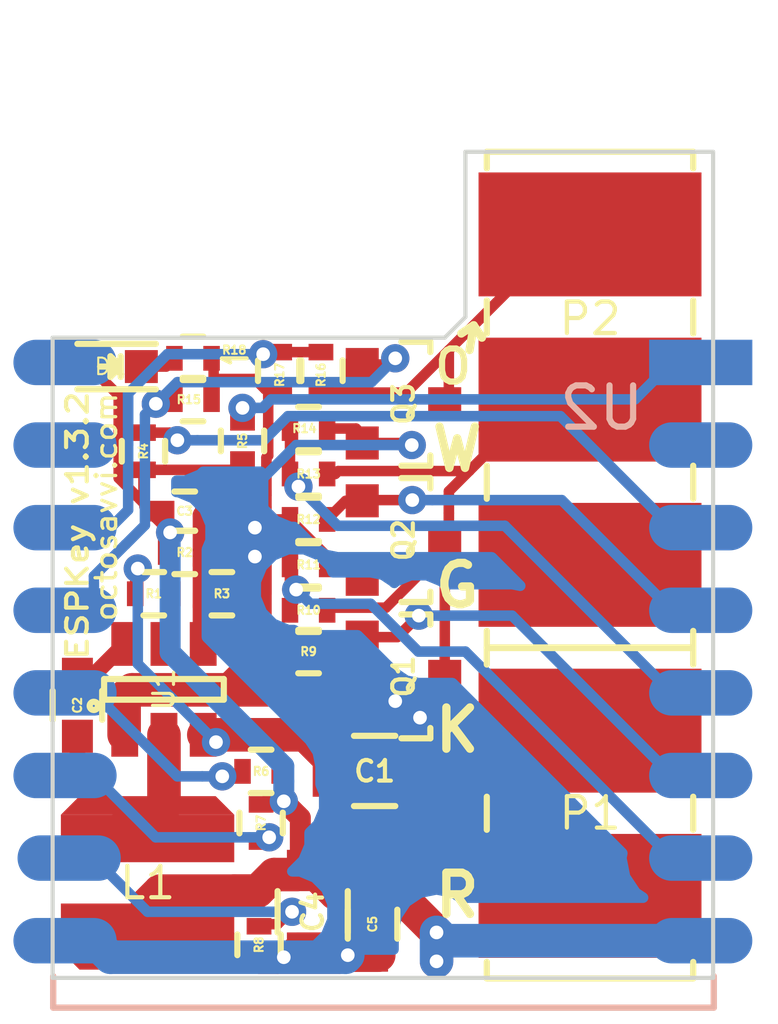
<source format=kicad_pcb>
(kicad_pcb (version 20170123) (host pcbnew no-vcs-found-7613~57~ubuntu16.04.1)

  (general
    (links 63)
    (no_connects 0)
    (area 102.572599 96.172599 121.7749 121.277401)
    (thickness 1.6)
    (drawings 19)
    (tracks 301)
    (zones 0)
    (modules 32)
    (nets 23)
  )

  (page A4)
  (layers
    (0 F.Cu signal)
    (31 B.Cu signal)
    (32 B.Adhes user)
    (33 F.Adhes user)
    (34 B.Paste user)
    (35 F.Paste user)
    (36 B.SilkS user)
    (37 F.SilkS user)
    (38 B.Mask user)
    (39 F.Mask user)
    (40 Dwgs.User user)
    (41 Cmts.User user)
    (42 Eco1.User user)
    (43 Eco2.User user)
    (44 Edge.Cuts user)
    (45 Margin user)
    (46 B.CrtYd user hide)
    (47 F.CrtYd user hide)
    (48 B.Fab user hide)
    (49 F.Fab user)
  )

  (setup
    (last_trace_width 0.1524)
    (user_trace_width 0.254)
    (user_trace_width 0.381)
    (user_trace_width 0.508)
    (user_trace_width 0.8128)
    (trace_clearance 0.1524)
    (zone_clearance 0.508)
    (zone_45_only no)
    (trace_min 0.1524)
    (segment_width 0.2)
    (edge_width 0.1)
    (via_size 0.6858)
    (via_drill 0.3302)
    (via_min_size 0.6858)
    (via_min_drill 0.3302)
    (uvia_size 0.762)
    (uvia_drill 0.508)
    (uvias_allowed no)
    (uvia_min_size 0)
    (uvia_min_drill 0)
    (pcb_text_width 0.3)
    (pcb_text_size 1.5 1.5)
    (mod_edge_width 0.15)
    (mod_text_size 1 1)
    (mod_text_width 0.15)
    (pad_size 1.5 1.5)
    (pad_drill 0.6)
    (pad_to_mask_clearance 0)
    (pad_to_paste_clearance -0.15)
    (aux_axis_origin 0 0)
    (visible_elements FFFFFFFF)
    (pcbplotparams
      (layerselection 0x210fc_ffffffff)
      (usegerberextensions false)
      (excludeedgelayer true)
      (linewidth 0.100000)
      (plotframeref false)
      (viasonmask false)
      (mode 1)
      (useauxorigin false)
      (hpglpennumber 1)
      (hpglpenspeed 20)
      (hpglpendiameter 15)
      (psnegative false)
      (psa4output false)
      (plotreference true)
      (plotvalue true)
      (plotinvisibletext false)
      (padsonsilk false)
      (subtractmaskfromsilk false)
      (outputformat 1)
      (mirror false)
      (drillshape 0)
      (scaleselection 1)
      (outputdirectory gerbers/))
  )

  (net 0 "")
  (net 1 GND)
  (net 2 +3V3)
  (net 3 /D0_Sense)
  (net 4 /D0_Assert)
  (net 5 /D1_Sense)
  (net 6 /D1_Assert)
  (net 7 /LED_Sense)
  (net 8 /LED_Assert)
  (net 9 /Reader_+5-18v)
  (net 10 "Net-(C2-Pad1)")
  (net 11 "Net-(C2-Pad2)")
  (net 12 /Reader_D0)
  (net 13 /Reader_D1)
  (net 14 /Reader_LED)
  (net 15 "Net-(R1-Pad1)")
  (net 16 "Net-(R4-Pad2)")
  (net 17 "Net-(R5-Pad2)")
  (net 18 "Net-(R6-Pad2)")
  (net 19 "Net-(R7-Pad2)")
  (net 20 "Net-(R8-Pad2)")
  (net 21 "Net-(D1-Pad1)")
  (net 22 "Net-(C3-Pad1)")

  (net_class Default "This is the default net class."
    (clearance 0.1524)
    (trace_width 0.1524)
    (via_dia 0.6858)
    (via_drill 0.3302)
    (uvia_dia 0.762)
    (uvia_drill 0.508)
    (add_net +3V3)
    (add_net /D0_Assert)
    (add_net /D0_Sense)
    (add_net /D1_Assert)
    (add_net /D1_Sense)
    (add_net /LED_Assert)
    (add_net /LED_Sense)
    (add_net /Reader_+5-18v)
    (add_net /Reader_D0)
    (add_net /Reader_D1)
    (add_net /Reader_LED)
    (add_net GND)
    (add_net "Net-(C2-Pad1)")
    (add_net "Net-(C2-Pad2)")
    (add_net "Net-(C3-Pad1)")
    (add_net "Net-(D1-Pad1)")
    (add_net "Net-(R1-Pad1)")
    (add_net "Net-(R4-Pad2)")
    (add_net "Net-(R5-Pad2)")
    (add_net "Net-(R6-Pad2)")
    (add_net "Net-(R7-Pad2)")
    (add_net "Net-(R8-Pad2)")
  )

  (module TO_SOT_Packages_SMD:SOT-23-6 (layer F.Cu) (tedit 576410FF) (tstamp 56A2D715)
    (at 106.697 113.015 90)
    (descr "6-pin SOT-23 package")
    (tags SOT-23-6)
    (path /56A1D936)
    (attr smd)
    (fp_text reference U1 (at 0 0 90) (layer F.SilkS)
      (effects (font (size 0.508 0.508) (thickness 0.0762)))
    )
    (fp_text value RT6212A/B (at 0 0 90) (layer F.Fab)
      (effects (font (size 0.2 0.2) (thickness 0.03)))
    )
    (fp_circle (center -0.4 -1.7) (end -0.3 -1.7) (layer F.SilkS) (width 0.15))
    (fp_line (start 0.25 -1.45) (end -0.25 -1.45) (layer F.SilkS) (width 0.15))
    (fp_line (start 0.25 1.45) (end 0.25 -1.45) (layer F.SilkS) (width 0.15))
    (fp_line (start -0.25 1.45) (end 0.25 1.45) (layer F.SilkS) (width 0.15))
    (fp_line (start -0.25 -1.45) (end -0.25 1.45) (layer F.SilkS) (width 0.15))
    (pad 1 smd rect (at -1.1 -0.95 90) (size 1.06 0.65) (layers F.Cu F.Paste F.Mask)
      (net 1 GND))
    (pad 2 smd rect (at -1.1 0 90) (size 1.06 0.65) (layers F.Cu F.Paste F.Mask)
      (net 10 "Net-(C2-Pad1)"))
    (pad 3 smd rect (at -1.1 0.95 90) (size 1.06 0.65) (layers F.Cu F.Paste F.Mask)
      (net 9 /Reader_+5-18v))
    (pad 4 smd rect (at 1.1 0.95 90) (size 1.06 0.65) (layers F.Cu F.Paste F.Mask)
      (net 22 "Net-(C3-Pad1)"))
    (pad 6 smd rect (at 1.1 -0.95 90) (size 1.06 0.65) (layers F.Cu F.Paste F.Mask)
      (net 11 "Net-(C2-Pad2)"))
    (pad 5 smd rect (at 1.1 0 90) (size 1.06 0.65) (layers F.Cu F.Paste F.Mask)
      (net 15 "Net-(R1-Pad1)"))
    (model TO_SOT_Packages_SMD.3dshapes/SOT-23-6.wrl
      (at (xyz 0 0 0))
      (scale (xyz 1 1 1))
      (rotate (xyz 0 0 0))
    )
  )

  (module Resistors_SMD:R_0402 (layer F.Cu) (tedit 576410DB) (tstamp 574B6C04)
    (at 109 119.2 90)
    (descr "Resistor SMD 0402, reflow soldering, Vishay (see dcrcw.pdf)")
    (tags "resistor 0402")
    (path /56A28572)
    (attr smd)
    (fp_text reference R8 (at 0 0 90) (layer F.SilkS)
      (effects (font (size 0.2 0.2) (thickness 0.05)))
    )
    (fp_text value 12k7 (at 0 -0.2 90) (layer F.Fab)
      (effects (font (size 0.2 0.2) (thickness 0.03)))
    )
    (fp_line (start -0.95 -0.65) (end 0.95 -0.65) (layer F.CrtYd) (width 0.05))
    (fp_line (start -0.95 0.65) (end 0.95 0.65) (layer F.CrtYd) (width 0.05))
    (fp_line (start -0.95 -0.65) (end -0.95 0.65) (layer F.CrtYd) (width 0.05))
    (fp_line (start 0.95 -0.65) (end 0.95 0.65) (layer F.CrtYd) (width 0.05))
    (fp_line (start 0.25 -0.525) (end -0.25 -0.525) (layer F.SilkS) (width 0.15))
    (fp_line (start -0.25 0.525) (end 0.25 0.525) (layer F.SilkS) (width 0.15))
    (pad 1 smd rect (at -0.45 0 90) (size 0.4 0.6) (layers F.Cu F.Paste F.Mask)
      (net 1 GND))
    (pad 2 smd rect (at 0.45 0 90) (size 0.4 0.6) (layers F.Cu F.Paste F.Mask)
      (net 20 "Net-(R8-Pad2)"))
    (model Resistors_SMD.3dshapes/R_0402.wrl
      (at (xyz 0 0 0))
      (scale (xyz 1 1 1))
      (rotate (xyz 0 0 0))
    )
  )

  (module TO_SOT_Packages_SMD:SOT-23 (layer F.Cu) (tedit 57641162) (tstamp 574B6BDB)
    (at 112.5 106.1 270)
    (descr "SOT-23, Standard")
    (tags SOT-23)
    (path /56A2ADDC)
    (attr smd)
    (fp_text reference Q3 (at 0 0 270) (layer F.SilkS)
      (effects (font (size 0.5 0.5) (thickness 0.1)))
    )
    (fp_text value 2N7002 (at 0 0.4 270) (layer F.Fab)
      (effects (font (size 0.2 0.2) (thickness 0.03)))
    )
    (fp_line (start -1.65 -1.6) (end 1.65 -1.6) (layer F.CrtYd) (width 0.05))
    (fp_line (start 1.65 -1.6) (end 1.65 1.6) (layer F.CrtYd) (width 0.05))
    (fp_line (start 1.65 1.6) (end -1.65 1.6) (layer F.CrtYd) (width 0.05))
    (fp_line (start -1.65 1.6) (end -1.65 -1.6) (layer F.CrtYd) (width 0.05))
    (fp_line (start 1.29916 -0.65024) (end 1.2509 -0.65024) (layer F.SilkS) (width 0.15))
    (fp_line (start -1.49982 0.0508) (end -1.49982 -0.65024) (layer F.SilkS) (width 0.15))
    (fp_line (start -1.49982 -0.65024) (end -1.2509 -0.65024) (layer F.SilkS) (width 0.15))
    (fp_line (start 1.29916 -0.65024) (end 1.49982 -0.65024) (layer F.SilkS) (width 0.15))
    (fp_line (start 1.49982 -0.65024) (end 1.49982 0.0508) (layer F.SilkS) (width 0.15))
    (pad 1 smd rect (at -0.95 1.00076 270) (size 0.8001 0.8001) (layers F.Cu F.Paste F.Mask)
      (net 8 /LED_Assert))
    (pad 2 smd rect (at 0.95 1.00076 270) (size 0.8001 0.8001) (layers F.Cu F.Paste F.Mask)
      (net 1 GND))
    (pad 3 smd rect (at 0 -0.99822 270) (size 0.8001 0.8001) (layers F.Cu F.Paste F.Mask)
      (net 14 /Reader_LED))
    (model TO_SOT_Packages_SMD.3dshapes/SOT-23.wrl
      (at (xyz 0 0 0))
      (scale (xyz 1 1 1))
      (rotate (xyz 0 0 0))
    )
  )

  (module LEDs:LED_0603 (layer F.Cu) (tedit 587FFCEB) (tstamp 56AAEE81)
    (at 105.4 105.2 180)
    (descr "LED 0603 smd package")
    (tags "LED led 0603 SMD smd SMT smt smdled SMDLED smtled SMTLED")
    (path /56AAEBB4)
    (attr smd)
    (fp_text reference D1 (at 0 0 180) (layer F.SilkS)
      (effects (font (size 0.4 0.4) (thickness 0.05)))
    )
    (fp_text value PWR (at 0 0.3 180) (layer F.Fab)
      (effects (font (size 0.2 0.2) (thickness 0.03)))
    )
    (fp_line (start -1.1 0.55) (end 0.8 0.55) (layer F.SilkS) (width 0.15))
    (fp_line (start -1.1 -0.55) (end 0.8 -0.55) (layer F.SilkS) (width 0.15))
    (fp_line (start -0.2 0) (end 0.25 0) (layer F.SilkS) (width 0.15))
    (fp_line (start -0.25 -0.25) (end -0.25 0.25) (layer F.SilkS) (width 0.15))
    (fp_line (start -0.25 0) (end 0 -0.25) (layer F.SilkS) (width 0.15))
    (fp_line (start 0 -0.25) (end 0 0.25) (layer F.SilkS) (width 0.15))
    (fp_line (start 0 0.25) (end -0.25 0) (layer F.SilkS) (width 0.15))
    (fp_line (start 1.4 -0.75) (end 1.4 0.75) (layer F.CrtYd) (width 0.05))
    (fp_line (start 1.4 0.75) (end -1.4 0.75) (layer F.CrtYd) (width 0.05))
    (fp_line (start -1.4 0.75) (end -1.4 -0.75) (layer F.CrtYd) (width 0.05))
    (fp_line (start -1.4 -0.75) (end 1.4 -0.75) (layer F.CrtYd) (width 0.05))
    (pad 2 smd rect (at 0.7493 0) (size 0.79756 0.79756) (layers F.Cu F.Paste F.Mask)
      (net 2 +3V3))
    (pad 1 smd rect (at -0.7493 0) (size 0.79756 0.79756) (layers F.Cu F.Paste F.Mask)
      (net 21 "Net-(D1-Pad1)"))
    (model LEDs.3dshapes/LED_0603.wrl
      (at (xyz 0 0 0))
      (scale (xyz 1 1 1))
      (rotate (xyz 0 0 180))
    )
  )

  (module Connector_IDC_SMD:SSL_DW_IDC_02 (layer F.Cu) (tedit 56CC14AC) (tstamp 569A62A3)
    (at 117.0178 116.0145 90)
    (path /5699AE6F)
    (fp_text reference P1 (at 0 0.0022 180) (layer F.SilkS)
      (effects (font (size 0.762 0.762) (thickness 0.1016)))
    )
    (fp_text value Power (at 0 3.7122 90) (layer F.Fab)
      (effects (font (size 1 1) (thickness 0.15)))
    )
    (fp_line (start -4 2.5) (end -3.6 2.5) (layer F.SilkS) (width 0.15))
    (fp_line (start -0.4 2.5) (end 0.4 2.5) (layer F.SilkS) (width 0.15))
    (fp_line (start 4 2.5) (end 3.6 2.5) (layer F.SilkS) (width 0.15))
    (fp_line (start 3.6 -2.5) (end 4 -2.5) (layer F.SilkS) (width 0.15))
    (fp_line (start -0.4 -2.5) (end 0.4 -2.5) (layer F.SilkS) (width 0.15))
    (fp_line (start -4 -2.5) (end -3.6 -2.5) (layer F.SilkS) (width 0.15))
    (fp_line (start 4 -2.5) (end 4 2.5) (layer F.SilkS) (width 0.15))
    (fp_line (start -4 2.5) (end -4 -2.5) (layer F.SilkS) (width 0.15))
    (pad 1 smd rect (at -2 0 90) (size 3 5.4) (layers F.Cu F.Paste F.Mask)
      (net 9 /Reader_+5-18v))
    (pad 2 smd rect (at 2 0 90) (size 3 5.4) (layers F.Cu F.Paste F.Mask)
      (net 1 GND))
  )

  (module Connector_IDC_SMD:SSL_DW_IDC_03 (layer F.Cu) (tedit 56CC155B) (tstamp 56A2BBDF)
    (at 117.0178 106 270)
    (path /5699AEC0)
    (fp_text reference P2 (at -1.96 -0.0022) (layer F.SilkS)
      (effects (font (size 0.762 0.762) (thickness 0.1016)))
    )
    (fp_text value Wiegand (at 0 -3.7 270) (layer F.Fab)
      (effects (font (size 1 1) (thickness 0.15)))
    )
    (fp_line (start -6 2.5) (end -5.6 2.5) (layer F.SilkS) (width 0.15))
    (fp_line (start -2.4 2.5) (end -1.6 2.5) (layer F.SilkS) (width 0.15))
    (fp_line (start 1.6 2.5) (end 2.4 2.5) (layer F.SilkS) (width 0.15))
    (fp_line (start 6 2.5) (end 5.6 2.5) (layer F.SilkS) (width 0.15))
    (fp_line (start 5.6 -2.5) (end 6 -2.5) (layer F.SilkS) (width 0.15))
    (fp_line (start 2.4 -2.5) (end 1.6 -2.5) (layer F.SilkS) (width 0.15))
    (fp_line (start -2.4 -2.5) (end -1.6 -2.5) (layer F.SilkS) (width 0.15))
    (fp_line (start -6 -2.5) (end -5.6 -2.5) (layer F.SilkS) (width 0.15))
    (fp_line (start 6 2.5) (end 6 -2.5) (layer F.SilkS) (width 0.15))
    (fp_line (start -6 -2.5) (end -6 2.5) (layer F.SilkS) (width 0.15))
    (pad 1 smd rect (at -4 0 270) (size 3 5.4) (layers F.Cu F.Paste F.Mask)
      (net 14 /Reader_LED))
    (pad 2 smd rect (at 0 0 270) (size 3 5.4) (layers F.Cu F.Paste F.Mask)
      (net 13 /Reader_D1))
    (pad 3 smd rect (at 4 0 270) (size 3 5.4) (layers F.Cu F.Paste F.Mask)
      (net 12 /Reader_D0))
  )

  (module Capacitors_SMD:C_0805 (layer F.Cu) (tedit 57641137) (tstamp 574B6BB6)
    (at 111.8 114.99 180)
    (descr "Capacitor SMD 0805, reflow soldering, AVX (see smccp.pdf)")
    (tags "capacitor 0805")
    (path /56A2764D)
    (attr smd)
    (fp_text reference C1 (at 0 -0.0075 180) (layer F.SilkS)
      (effects (font (size 0.5 0.5) (thickness 0.1)))
    )
    (fp_text value 22u (at 0.0215 0.3925 180) (layer F.Fab)
      (effects (font (size 0.2 0.2) (thickness 0.03)))
    )
    (fp_line (start -1.8 -1) (end 1.8 -1) (layer F.CrtYd) (width 0.05))
    (fp_line (start -1.8 1) (end 1.8 1) (layer F.CrtYd) (width 0.05))
    (fp_line (start -1.8 -1) (end -1.8 1) (layer F.CrtYd) (width 0.05))
    (fp_line (start 1.8 -1) (end 1.8 1) (layer F.CrtYd) (width 0.05))
    (fp_line (start 0.5 -0.85) (end -0.5 -0.85) (layer F.SilkS) (width 0.15))
    (fp_line (start -0.5 0.85) (end 0.5 0.85) (layer F.SilkS) (width 0.15))
    (pad 1 smd rect (at -1 0 180) (size 1 1.25) (layers F.Cu F.Paste F.Mask)
      (net 1 GND))
    (pad 2 smd rect (at 1 0 180) (size 1 1.25) (layers F.Cu F.Paste F.Mask)
      (net 9 /Reader_+5-18v))
    (model Capacitors_SMD.3dshapes/C_0805.wrl
      (at (xyz 0 0 0))
      (scale (xyz 1 1 1))
      (rotate (xyz 0 0 0))
    )
  )

  (module Capacitors_SMD:C_0603 (layer F.Cu) (tedit 57641141) (tstamp 574B6BBB)
    (at 104.6 113.4 90)
    (descr "Capacitor SMD 0603, reflow soldering, AVX (see smccp.pdf)")
    (tags "capacitor 0603")
    (path /56A272B0)
    (attr smd)
    (fp_text reference C2 (at 0 0 90) (layer F.SilkS)
      (effects (font (size 0.2 0.2) (thickness 0.05)))
    )
    (fp_text value 100n (at 0 -0.2 90) (layer F.Fab)
      (effects (font (size 0.2 0.2) (thickness 0.03)))
    )
    (fp_line (start -1.45 -0.75) (end 1.45 -0.75) (layer F.CrtYd) (width 0.05))
    (fp_line (start -1.45 0.75) (end 1.45 0.75) (layer F.CrtYd) (width 0.05))
    (fp_line (start -1.45 -0.75) (end -1.45 0.75) (layer F.CrtYd) (width 0.05))
    (fp_line (start 1.45 -0.75) (end 1.45 0.75) (layer F.CrtYd) (width 0.05))
    (fp_line (start -0.35 -0.6) (end 0.35 -0.6) (layer F.SilkS) (width 0.15))
    (fp_line (start 0.35 0.6) (end -0.35 0.6) (layer F.SilkS) (width 0.15))
    (pad 1 smd rect (at -0.75 0 90) (size 0.8 0.75) (layers F.Cu F.Paste F.Mask)
      (net 10 "Net-(C2-Pad1)"))
    (pad 2 smd rect (at 0.75 0 90) (size 0.8 0.75) (layers F.Cu F.Paste F.Mask)
      (net 11 "Net-(C2-Pad2)"))
    (model Capacitors_SMD.3dshapes/C_0603.wrl
      (at (xyz 0 0 0))
      (scale (xyz 1 1 1))
      (rotate (xyz 0 0 0))
    )
  )

  (module Capacitors_SMD:C_0805 (layer F.Cu) (tedit 576410F3) (tstamp 574B6BC5)
    (at 110.3 118.4 90)
    (descr "Capacitor SMD 0805, reflow soldering, AVX (see smccp.pdf)")
    (tags "capacitor 0805")
    (path /56A26AE4)
    (attr smd)
    (fp_text reference C4 (at 0 0 90) (layer F.SilkS)
      (effects (font (size 0.5 0.5) (thickness 0.1)))
    )
    (fp_text value 22u (at 0 -0.4 90) (layer F.Fab)
      (effects (font (size 0.2 0.2) (thickness 0.03)))
    )
    (fp_line (start -1.8 -1) (end 1.8 -1) (layer F.CrtYd) (width 0.05))
    (fp_line (start -1.8 1) (end 1.8 1) (layer F.CrtYd) (width 0.05))
    (fp_line (start -1.8 -1) (end -1.8 1) (layer F.CrtYd) (width 0.05))
    (fp_line (start 1.8 -1) (end 1.8 1) (layer F.CrtYd) (width 0.05))
    (fp_line (start 0.5 -0.85) (end -0.5 -0.85) (layer F.SilkS) (width 0.15))
    (fp_line (start -0.5 0.85) (end 0.5 0.85) (layer F.SilkS) (width 0.15))
    (pad 1 smd rect (at -1 0 90) (size 1 1.25) (layers F.Cu F.Paste F.Mask)
      (net 1 GND))
    (pad 2 smd rect (at 1 0 90) (size 1 1.25) (layers F.Cu F.Paste F.Mask)
      (net 2 +3V3))
    (model Capacitors_SMD.3dshapes/C_0805.wrl
      (at (xyz 0 0 0))
      (scale (xyz 1 1 1))
      (rotate (xyz 0 0 0))
    )
  )

  (module Capacitors_SMD:C_0603 (layer F.Cu) (tedit 576410EA) (tstamp 574B6BCA)
    (at 111.75 118.7 90)
    (descr "Capacitor SMD 0603, reflow soldering, AVX (see smccp.pdf)")
    (tags "capacitor 0603")
    (path /56A25401)
    (attr smd)
    (fp_text reference C5 (at 0 0 90) (layer F.SilkS)
      (effects (font (size 0.2 0.2) (thickness 0.05)))
    )
    (fp_text value 100n (at 0 -0.2 90) (layer F.Fab)
      (effects (font (size 0.2 0.2) (thickness 0.03)))
    )
    (fp_line (start 0.35 0.6) (end -0.35 0.6) (layer F.SilkS) (width 0.15))
    (fp_line (start -0.35 -0.6) (end 0.35 -0.6) (layer F.SilkS) (width 0.15))
    (fp_line (start 1.45 -0.75) (end 1.45 0.75) (layer F.CrtYd) (width 0.05))
    (fp_line (start -1.45 -0.75) (end -1.45 0.75) (layer F.CrtYd) (width 0.05))
    (fp_line (start -1.45 0.75) (end 1.45 0.75) (layer F.CrtYd) (width 0.05))
    (fp_line (start -1.45 -0.75) (end 1.45 -0.75) (layer F.CrtYd) (width 0.05))
    (pad 2 smd rect (at 0.75 0 90) (size 0.8 0.75) (layers F.Cu F.Paste F.Mask)
      (net 2 +3V3))
    (pad 1 smd rect (at -0.75 0 90) (size 0.8 0.75) (layers F.Cu F.Paste F.Mask)
      (net 1 GND))
    (model Capacitors_SMD.3dshapes/C_0603.wrl
      (at (xyz 0 0 0))
      (scale (xyz 1 1 1))
      (rotate (xyz 0 0 0))
    )
  )

  (module TO_SOT_Packages_SMD:SOT-23 (layer F.Cu) (tedit 57641116) (tstamp 574B6BCF)
    (at 112.5 112.7 270)
    (descr "SOT-23, Standard")
    (tags SOT-23)
    (path /56A2296A)
    (attr smd)
    (fp_text reference Q1 (at 0 0 270) (layer F.SilkS)
      (effects (font (size 0.5 0.5) (thickness 0.1)))
    )
    (fp_text value 2N7002 (at 0 0.4 270) (layer F.Fab)
      (effects (font (size 0.2 0.2) (thickness 0.03)))
    )
    (fp_line (start -1.65 -1.6) (end 1.65 -1.6) (layer F.CrtYd) (width 0.05))
    (fp_line (start 1.65 -1.6) (end 1.65 1.6) (layer F.CrtYd) (width 0.05))
    (fp_line (start 1.65 1.6) (end -1.65 1.6) (layer F.CrtYd) (width 0.05))
    (fp_line (start -1.65 1.6) (end -1.65 -1.6) (layer F.CrtYd) (width 0.05))
    (fp_line (start 1.29916 -0.65024) (end 1.2509 -0.65024) (layer F.SilkS) (width 0.15))
    (fp_line (start -1.49982 0.0508) (end -1.49982 -0.65024) (layer F.SilkS) (width 0.15))
    (fp_line (start -1.49982 -0.65024) (end -1.2509 -0.65024) (layer F.SilkS) (width 0.15))
    (fp_line (start 1.29916 -0.65024) (end 1.49982 -0.65024) (layer F.SilkS) (width 0.15))
    (fp_line (start 1.49982 -0.65024) (end 1.49982 0.0508) (layer F.SilkS) (width 0.15))
    (pad 1 smd rect (at -0.95 1.00076 270) (size 0.8001 0.8001) (layers F.Cu F.Paste F.Mask)
      (net 4 /D0_Assert))
    (pad 2 smd rect (at 0.95 1.00076 270) (size 0.8001 0.8001) (layers F.Cu F.Paste F.Mask)
      (net 1 GND))
    (pad 3 smd rect (at 0 -0.99822 270) (size 0.8001 0.8001) (layers F.Cu F.Paste F.Mask)
      (net 12 /Reader_D0))
    (model TO_SOT_Packages_SMD.3dshapes/SOT-23.wrl
      (at (xyz 0 0 0))
      (scale (xyz 1 1 1))
      (rotate (xyz 0 0 0))
    )
  )

  (module TO_SOT_Packages_SMD:SOT-23 (layer F.Cu) (tedit 576411FA) (tstamp 574B6BD5)
    (at 112.5 109.4 270)
    (descr "SOT-23, Standard")
    (tags SOT-23)
    (path /56A2A0FF)
    (attr smd)
    (fp_text reference Q2 (at 0 0 270) (layer F.SilkS)
      (effects (font (size 0.5 0.5) (thickness 0.1)))
    )
    (fp_text value 2N7002 (at 0 0.4 270) (layer F.Fab)
      (effects (font (size 0.2 0.2) (thickness 0.03)))
    )
    (fp_line (start -1.65 -1.6) (end 1.65 -1.6) (layer F.CrtYd) (width 0.05))
    (fp_line (start 1.65 -1.6) (end 1.65 1.6) (layer F.CrtYd) (width 0.05))
    (fp_line (start 1.65 1.6) (end -1.65 1.6) (layer F.CrtYd) (width 0.05))
    (fp_line (start -1.65 1.6) (end -1.65 -1.6) (layer F.CrtYd) (width 0.05))
    (fp_line (start 1.29916 -0.65024) (end 1.2509 -0.65024) (layer F.SilkS) (width 0.15))
    (fp_line (start -1.49982 0.0508) (end -1.49982 -0.65024) (layer F.SilkS) (width 0.15))
    (fp_line (start -1.49982 -0.65024) (end -1.2509 -0.65024) (layer F.SilkS) (width 0.15))
    (fp_line (start 1.29916 -0.65024) (end 1.49982 -0.65024) (layer F.SilkS) (width 0.15))
    (fp_line (start 1.49982 -0.65024) (end 1.49982 0.0508) (layer F.SilkS) (width 0.15))
    (pad 1 smd rect (at -0.95 1.00076 270) (size 0.8001 0.8001) (layers F.Cu F.Paste F.Mask)
      (net 6 /D1_Assert))
    (pad 2 smd rect (at 0.95 1.00076 270) (size 0.8001 0.8001) (layers F.Cu F.Paste F.Mask)
      (net 1 GND))
    (pad 3 smd rect (at 0 -0.99822 270) (size 0.8001 0.8001) (layers F.Cu F.Paste F.Mask)
      (net 13 /Reader_D1))
    (model TO_SOT_Packages_SMD.3dshapes/SOT-23.wrl
      (at (xyz 0 0 0))
      (scale (xyz 1 1 1))
      (rotate (xyz 0 0 0))
    )
  )

  (module Resistors_SMD:R_0402 (layer F.Cu) (tedit 57641176) (tstamp 574B6BF0)
    (at 106.2 107.25 90)
    (descr "Resistor SMD 0402, reflow soldering, Vishay (see dcrcw.pdf)")
    (tags "resistor 0402")
    (path /56A259B1)
    (attr smd)
    (fp_text reference R4 (at 0 0 90) (layer F.SilkS)
      (effects (font (size 0.2 0.2) (thickness 0.05)))
    )
    (fp_text value 12k7 (at -0.05 -0.2 90) (layer F.Fab)
      (effects (font (size 0.2 0.2) (thickness 0.03)))
    )
    (fp_line (start -0.95 -0.65) (end 0.95 -0.65) (layer F.CrtYd) (width 0.05))
    (fp_line (start -0.95 0.65) (end 0.95 0.65) (layer F.CrtYd) (width 0.05))
    (fp_line (start -0.95 -0.65) (end -0.95 0.65) (layer F.CrtYd) (width 0.05))
    (fp_line (start 0.95 -0.65) (end 0.95 0.65) (layer F.CrtYd) (width 0.05))
    (fp_line (start 0.25 -0.525) (end -0.25 -0.525) (layer F.SilkS) (width 0.15))
    (fp_line (start -0.25 0.525) (end 0.25 0.525) (layer F.SilkS) (width 0.15))
    (pad 1 smd rect (at -0.45 0 90) (size 0.4 0.6) (layers F.Cu F.Paste F.Mask)
      (net 2 +3V3))
    (pad 2 smd rect (at 0.45 0 90) (size 0.4 0.6) (layers F.Cu F.Paste F.Mask)
      (net 16 "Net-(R4-Pad2)"))
    (model Resistors_SMD.3dshapes/R_0402.wrl
      (at (xyz 0 0 0))
      (scale (xyz 1 1 1))
      (rotate (xyz 0 0 0))
    )
  )

  (module Resistors_SMD:R_0402 (layer F.Cu) (tedit 5764121E) (tstamp 574B6BF5)
    (at 108.6 107 90)
    (descr "Resistor SMD 0402, reflow soldering, Vishay (see dcrcw.pdf)")
    (tags "resistor 0402")
    (path /56A25D89)
    (attr smd)
    (fp_text reference R5 (at 0 0 90) (layer F.SilkS)
      (effects (font (size 0.2 0.2) (thickness 0.05)))
    )
    (fp_text value 12k7 (at 0 -0.2 90) (layer F.Fab)
      (effects (font (size 0.2 0.2) (thickness 0.03)))
    )
    (fp_line (start -0.95 -0.65) (end 0.95 -0.65) (layer F.CrtYd) (width 0.05))
    (fp_line (start -0.95 0.65) (end 0.95 0.65) (layer F.CrtYd) (width 0.05))
    (fp_line (start -0.95 -0.65) (end -0.95 0.65) (layer F.CrtYd) (width 0.05))
    (fp_line (start 0.95 -0.65) (end 0.95 0.65) (layer F.CrtYd) (width 0.05))
    (fp_line (start 0.25 -0.525) (end -0.25 -0.525) (layer F.SilkS) (width 0.15))
    (fp_line (start -0.25 0.525) (end 0.25 0.525) (layer F.SilkS) (width 0.15))
    (pad 1 smd rect (at -0.45 0 90) (size 0.4 0.6) (layers F.Cu F.Paste F.Mask)
      (net 2 +3V3))
    (pad 2 smd rect (at 0.45 0 90) (size 0.4 0.6) (layers F.Cu F.Paste F.Mask)
      (net 17 "Net-(R5-Pad2)"))
    (model Resistors_SMD.3dshapes/R_0402.wrl
      (at (xyz 0 0 0))
      (scale (xyz 1 1 1))
      (rotate (xyz 0 0 0))
    )
  )

  (module Resistors_SMD:R_0402 (layer F.Cu) (tedit 57641123) (tstamp 574B6BFA)
    (at 109.05 115 180)
    (descr "Resistor SMD 0402, reflow soldering, Vishay (see dcrcw.pdf)")
    (tags "resistor 0402")
    (path /56A25864)
    (attr smd)
    (fp_text reference R6 (at 0 0 180) (layer F.SilkS)
      (effects (font (size 0.2 0.2) (thickness 0.05)))
    )
    (fp_text value 12k7 (at 0 0.2 180) (layer F.Fab)
      (effects (font (size 0.2 0.2) (thickness 0.03)))
    )
    (fp_line (start -0.95 -0.65) (end 0.95 -0.65) (layer F.CrtYd) (width 0.05))
    (fp_line (start -0.95 0.65) (end 0.95 0.65) (layer F.CrtYd) (width 0.05))
    (fp_line (start -0.95 -0.65) (end -0.95 0.65) (layer F.CrtYd) (width 0.05))
    (fp_line (start 0.95 -0.65) (end 0.95 0.65) (layer F.CrtYd) (width 0.05))
    (fp_line (start 0.25 -0.525) (end -0.25 -0.525) (layer F.SilkS) (width 0.15))
    (fp_line (start -0.25 0.525) (end 0.25 0.525) (layer F.SilkS) (width 0.15))
    (pad 1 smd rect (at -0.45 0 180) (size 0.4 0.6) (layers F.Cu F.Paste F.Mask)
      (net 2 +3V3))
    (pad 2 smd rect (at 0.45 0 180) (size 0.4 0.6) (layers F.Cu F.Paste F.Mask)
      (net 18 "Net-(R6-Pad2)"))
    (model Resistors_SMD.3dshapes/R_0402.wrl
      (at (xyz 0 0 0))
      (scale (xyz 1 1 1))
      (rotate (xyz 0 0 0))
    )
  )

  (module Resistors_SMD:R_0402 (layer F.Cu) (tedit 5764112D) (tstamp 574B6BFF)
    (at 109.05 116.25 270)
    (descr "Resistor SMD 0402, reflow soldering, Vishay (see dcrcw.pdf)")
    (tags "resistor 0402")
    (path /56A28505)
    (attr smd)
    (fp_text reference R7 (at 0 0 270) (layer F.SilkS)
      (effects (font (size 0.2 0.2) (thickness 0.05)))
    )
    (fp_text value 12k7 (at 0 0.2 270) (layer F.Fab)
      (effects (font (size 0.2 0.2) (thickness 0.03)))
    )
    (fp_line (start -0.95 -0.65) (end 0.95 -0.65) (layer F.CrtYd) (width 0.05))
    (fp_line (start -0.95 0.65) (end 0.95 0.65) (layer F.CrtYd) (width 0.05))
    (fp_line (start -0.95 -0.65) (end -0.95 0.65) (layer F.CrtYd) (width 0.05))
    (fp_line (start 0.95 -0.65) (end 0.95 0.65) (layer F.CrtYd) (width 0.05))
    (fp_line (start 0.25 -0.525) (end -0.25 -0.525) (layer F.SilkS) (width 0.15))
    (fp_line (start -0.25 0.525) (end 0.25 0.525) (layer F.SilkS) (width 0.15))
    (pad 1 smd rect (at -0.45 0 270) (size 0.4 0.6) (layers F.Cu F.Paste F.Mask)
      (net 2 +3V3))
    (pad 2 smd rect (at 0.45 0 270) (size 0.4 0.6) (layers F.Cu F.Paste F.Mask)
      (net 19 "Net-(R7-Pad2)"))
    (model Resistors_SMD.3dshapes/R_0402.wrl
      (at (xyz 0 0 0))
      (scale (xyz 1 1 1))
      (rotate (xyz 0 0 0))
    )
  )

  (module Resistors_SMD:R_0402 (layer F.Cu) (tedit 5764120E) (tstamp 574B6C09)
    (at 110.2 112.1 180)
    (descr "Resistor SMD 0402, reflow soldering, Vishay (see dcrcw.pdf)")
    (tags "resistor 0402")
    (path /56A28B54)
    (attr smd)
    (fp_text reference R9 (at 0 0 180) (layer F.SilkS)
      (effects (font (size 0.2 0.2) (thickness 0.05)))
    )
    (fp_text value 12k7 (at 0 0.2 180) (layer F.Fab)
      (effects (font (size 0.2 0.2) (thickness 0.03)))
    )
    (fp_line (start -0.95 -0.65) (end 0.95 -0.65) (layer F.CrtYd) (width 0.05))
    (fp_line (start -0.95 0.65) (end 0.95 0.65) (layer F.CrtYd) (width 0.05))
    (fp_line (start -0.95 -0.65) (end -0.95 0.65) (layer F.CrtYd) (width 0.05))
    (fp_line (start 0.95 -0.65) (end 0.95 0.65) (layer F.CrtYd) (width 0.05))
    (fp_line (start 0.25 -0.525) (end -0.25 -0.525) (layer F.SilkS) (width 0.15))
    (fp_line (start -0.25 0.525) (end 0.25 0.525) (layer F.SilkS) (width 0.15))
    (pad 1 smd rect (at -0.45 0 180) (size 0.4 0.6) (layers F.Cu F.Paste F.Mask)
      (net 4 /D0_Assert))
    (pad 2 smd rect (at 0.45 0 180) (size 0.4 0.6) (layers F.Cu F.Paste F.Mask)
      (net 1 GND))
    (model Resistors_SMD.3dshapes/R_0402.wrl
      (at (xyz 0 0 0))
      (scale (xyz 1 1 1))
      (rotate (xyz 0 0 0))
    )
  )

  (module Resistors_SMD:R_0402 (layer F.Cu) (tedit 57641216) (tstamp 574B6C0E)
    (at 110.2 111.1 180)
    (descr "Resistor SMD 0402, reflow soldering, Vishay (see dcrcw.pdf)")
    (tags "resistor 0402")
    (path /56A2925E)
    (attr smd)
    (fp_text reference R10 (at 0 0 180) (layer F.SilkS)
      (effects (font (size 0.2 0.2) (thickness 0.05)))
    )
    (fp_text value 12k7 (at 0 0.2 180) (layer F.Fab)
      (effects (font (size 0.2 0.2) (thickness 0.03)))
    )
    (fp_line (start -0.95 -0.65) (end 0.95 -0.65) (layer F.CrtYd) (width 0.05))
    (fp_line (start -0.95 0.65) (end 0.95 0.65) (layer F.CrtYd) (width 0.05))
    (fp_line (start -0.95 -0.65) (end -0.95 0.65) (layer F.CrtYd) (width 0.05))
    (fp_line (start 0.95 -0.65) (end 0.95 0.65) (layer F.CrtYd) (width 0.05))
    (fp_line (start 0.25 -0.525) (end -0.25 -0.525) (layer F.SilkS) (width 0.15))
    (fp_line (start -0.25 0.525) (end 0.25 0.525) (layer F.SilkS) (width 0.15))
    (pad 1 smd rect (at -0.45 0 180) (size 0.4 0.6) (layers F.Cu F.Paste F.Mask)
      (net 12 /Reader_D0))
    (pad 2 smd rect (at 0.45 0 180) (size 0.4 0.6) (layers F.Cu F.Paste F.Mask)
      (net 3 /D0_Sense))
    (model Resistors_SMD.3dshapes/R_0402.wrl
      (at (xyz 0 0 0))
      (scale (xyz 1 1 1))
      (rotate (xyz 0 0 0))
    )
  )

  (module Resistors_SMD:R_0402 (layer F.Cu) (tedit 57641205) (tstamp 574B6C13)
    (at 110.2 110)
    (descr "Resistor SMD 0402, reflow soldering, Vishay (see dcrcw.pdf)")
    (tags "resistor 0402")
    (path /56A294C6)
    (attr smd)
    (fp_text reference R11 (at 0 0) (layer F.SilkS)
      (effects (font (size 0.2 0.2) (thickness 0.05)))
    )
    (fp_text value 22k (at 0 -0.2) (layer F.Fab)
      (effects (font (size 0.2 0.2) (thickness 0.03)))
    )
    (fp_line (start -0.95 -0.65) (end 0.95 -0.65) (layer F.CrtYd) (width 0.05))
    (fp_line (start -0.95 0.65) (end 0.95 0.65) (layer F.CrtYd) (width 0.05))
    (fp_line (start -0.95 -0.65) (end -0.95 0.65) (layer F.CrtYd) (width 0.05))
    (fp_line (start 0.95 -0.65) (end 0.95 0.65) (layer F.CrtYd) (width 0.05))
    (fp_line (start 0.25 -0.525) (end -0.25 -0.525) (layer F.SilkS) (width 0.15))
    (fp_line (start -0.25 0.525) (end 0.25 0.525) (layer F.SilkS) (width 0.15))
    (pad 1 smd rect (at -0.45 0) (size 0.4 0.6) (layers F.Cu F.Paste F.Mask)
      (net 3 /D0_Sense))
    (pad 2 smd rect (at 0.45 0) (size 0.4 0.6) (layers F.Cu F.Paste F.Mask)
      (net 1 GND))
    (model Resistors_SMD.3dshapes/R_0402.wrl
      (at (xyz 0 0 0))
      (scale (xyz 1 1 1))
      (rotate (xyz 0 0 0))
    )
  )

  (module Resistors_SMD:R_0402 (layer F.Cu) (tedit 5764122A) (tstamp 574B6C18)
    (at 110.2 108.9 180)
    (descr "Resistor SMD 0402, reflow soldering, Vishay (see dcrcw.pdf)")
    (tags "resistor 0402")
    (path /56A2A105)
    (attr smd)
    (fp_text reference R12 (at 0 0 180) (layer F.SilkS)
      (effects (font (size 0.2 0.2) (thickness 0.05)))
    )
    (fp_text value 12k7 (at 0 0.2 180) (layer F.Fab)
      (effects (font (size 0.2 0.2) (thickness 0.03)))
    )
    (fp_line (start -0.95 -0.65) (end 0.95 -0.65) (layer F.CrtYd) (width 0.05))
    (fp_line (start -0.95 0.65) (end 0.95 0.65) (layer F.CrtYd) (width 0.05))
    (fp_line (start -0.95 -0.65) (end -0.95 0.65) (layer F.CrtYd) (width 0.05))
    (fp_line (start 0.95 -0.65) (end 0.95 0.65) (layer F.CrtYd) (width 0.05))
    (fp_line (start 0.25 -0.525) (end -0.25 -0.525) (layer F.SilkS) (width 0.15))
    (fp_line (start -0.25 0.525) (end 0.25 0.525) (layer F.SilkS) (width 0.15))
    (pad 1 smd rect (at -0.45 0 180) (size 0.4 0.6) (layers F.Cu F.Paste F.Mask)
      (net 6 /D1_Assert))
    (pad 2 smd rect (at 0.45 0 180) (size 0.4 0.6) (layers F.Cu F.Paste F.Mask)
      (net 1 GND))
    (model Resistors_SMD.3dshapes/R_0402.wrl
      (at (xyz 0 0 0))
      (scale (xyz 1 1 1))
      (rotate (xyz 0 0 0))
    )
  )

  (module Resistors_SMD:R_0402 (layer F.Cu) (tedit 5764119F) (tstamp 574B6C1D)
    (at 110.2 107.8 180)
    (descr "Resistor SMD 0402, reflow soldering, Vishay (see dcrcw.pdf)")
    (tags "resistor 0402")
    (path /56A2A10B)
    (attr smd)
    (fp_text reference R13 (at 0 0 180) (layer F.SilkS)
      (effects (font (size 0.2 0.2) (thickness 0.05)))
    )
    (fp_text value 12k7 (at 0 0.2 180) (layer F.Fab)
      (effects (font (size 0.2 0.2) (thickness 0.03)))
    )
    (fp_line (start -0.95 -0.65) (end 0.95 -0.65) (layer F.CrtYd) (width 0.05))
    (fp_line (start -0.95 0.65) (end 0.95 0.65) (layer F.CrtYd) (width 0.05))
    (fp_line (start -0.95 -0.65) (end -0.95 0.65) (layer F.CrtYd) (width 0.05))
    (fp_line (start 0.95 -0.65) (end 0.95 0.65) (layer F.CrtYd) (width 0.05))
    (fp_line (start 0.25 -0.525) (end -0.25 -0.525) (layer F.SilkS) (width 0.15))
    (fp_line (start -0.25 0.525) (end 0.25 0.525) (layer F.SilkS) (width 0.15))
    (pad 1 smd rect (at -0.45 0 180) (size 0.4 0.6) (layers F.Cu F.Paste F.Mask)
      (net 13 /Reader_D1))
    (pad 2 smd rect (at 0.45 0 180) (size 0.4 0.6) (layers F.Cu F.Paste F.Mask)
      (net 5 /D1_Sense))
    (model Resistors_SMD.3dshapes/R_0402.wrl
      (at (xyz 0 0 0))
      (scale (xyz 1 1 1))
      (rotate (xyz 0 0 0))
    )
  )

  (module Resistors_SMD:R_0402 (layer F.Cu) (tedit 57641233) (tstamp 574B6C22)
    (at 110.2 106.7)
    (descr "Resistor SMD 0402, reflow soldering, Vishay (see dcrcw.pdf)")
    (tags "resistor 0402")
    (path /56A2A111)
    (attr smd)
    (fp_text reference R14 (at -0.1 0) (layer F.SilkS)
      (effects (font (size 0.2 0.2) (thickness 0.05)))
    )
    (fp_text value 22k (at 0 -0.2) (layer F.Fab)
      (effects (font (size 0.2 0.2) (thickness 0.03)))
    )
    (fp_line (start -0.95 -0.65) (end 0.95 -0.65) (layer F.CrtYd) (width 0.05))
    (fp_line (start -0.95 0.65) (end 0.95 0.65) (layer F.CrtYd) (width 0.05))
    (fp_line (start -0.95 -0.65) (end -0.95 0.65) (layer F.CrtYd) (width 0.05))
    (fp_line (start 0.95 -0.65) (end 0.95 0.65) (layer F.CrtYd) (width 0.05))
    (fp_line (start 0.25 -0.525) (end -0.25 -0.525) (layer F.SilkS) (width 0.15))
    (fp_line (start -0.25 0.525) (end 0.25 0.525) (layer F.SilkS) (width 0.15))
    (pad 1 smd rect (at -0.45 0) (size 0.4 0.6) (layers F.Cu F.Paste F.Mask)
      (net 5 /D1_Sense))
    (pad 2 smd rect (at 0.45 0) (size 0.4 0.6) (layers F.Cu F.Paste F.Mask)
      (net 1 GND))
    (model Resistors_SMD.3dshapes/R_0402.wrl
      (at (xyz 0 0 0))
      (scale (xyz 1 1 1))
      (rotate (xyz 0 0 0))
    )
  )

  (module Resistors_SMD:R_0402 (layer F.Cu) (tedit 57641192) (tstamp 574B6C27)
    (at 107.4 106)
    (descr "Resistor SMD 0402, reflow soldering, Vishay (see dcrcw.pdf)")
    (tags "resistor 0402")
    (path /56A2ADE2)
    (attr smd)
    (fp_text reference R15 (at -0.1 0) (layer F.SilkS)
      (effects (font (size 0.2 0.2) (thickness 0.05)))
    )
    (fp_text value 12k7 (at 0 -0.2) (layer F.Fab)
      (effects (font (size 0.2 0.2) (thickness 0.03)))
    )
    (fp_line (start -0.95 -0.65) (end 0.95 -0.65) (layer F.CrtYd) (width 0.05))
    (fp_line (start -0.95 0.65) (end 0.95 0.65) (layer F.CrtYd) (width 0.05))
    (fp_line (start -0.95 -0.65) (end -0.95 0.65) (layer F.CrtYd) (width 0.05))
    (fp_line (start 0.95 -0.65) (end 0.95 0.65) (layer F.CrtYd) (width 0.05))
    (fp_line (start 0.25 -0.525) (end -0.25 -0.525) (layer F.SilkS) (width 0.15))
    (fp_line (start -0.25 0.525) (end 0.25 0.525) (layer F.SilkS) (width 0.15))
    (pad 1 smd rect (at -0.45 0) (size 0.4 0.6) (layers F.Cu F.Paste F.Mask)
      (net 8 /LED_Assert))
    (pad 2 smd rect (at 0.45 0) (size 0.4 0.6) (layers F.Cu F.Paste F.Mask)
      (net 1 GND))
    (model Resistors_SMD.3dshapes/R_0402.wrl
      (at (xyz 0 0 0))
      (scale (xyz 1 1 1))
      (rotate (xyz 0 0 0))
    )
  )

  (module Resistors_SMD:R_0402 (layer F.Cu) (tedit 5764116A) (tstamp 574B6C2C)
    (at 110.5 105.3 90)
    (descr "Resistor SMD 0402, reflow soldering, Vishay (see dcrcw.pdf)")
    (tags "resistor 0402")
    (path /56A2ADE8)
    (attr smd)
    (fp_text reference R16 (at -0.1 0 90) (layer F.SilkS)
      (effects (font (size 0.2 0.2) (thickness 0.05)))
    )
    (fp_text value 12k7 (at 0 -0.2 90) (layer F.Fab)
      (effects (font (size 0.2 0.2) (thickness 0.03)))
    )
    (fp_line (start -0.95 -0.65) (end 0.95 -0.65) (layer F.CrtYd) (width 0.05))
    (fp_line (start -0.95 0.65) (end 0.95 0.65) (layer F.CrtYd) (width 0.05))
    (fp_line (start -0.95 -0.65) (end -0.95 0.65) (layer F.CrtYd) (width 0.05))
    (fp_line (start 0.95 -0.65) (end 0.95 0.65) (layer F.CrtYd) (width 0.05))
    (fp_line (start 0.25 -0.525) (end -0.25 -0.525) (layer F.SilkS) (width 0.15))
    (fp_line (start -0.25 0.525) (end 0.25 0.525) (layer F.SilkS) (width 0.15))
    (pad 1 smd rect (at -0.45 0 90) (size 0.4 0.6) (layers F.Cu F.Paste F.Mask)
      (net 14 /Reader_LED))
    (pad 2 smd rect (at 0.45 0 90) (size 0.4 0.6) (layers F.Cu F.Paste F.Mask)
      (net 7 /LED_Sense))
    (model Resistors_SMD.3dshapes/R_0402.wrl
      (at (xyz 0 0 0))
      (scale (xyz 1 1 1))
      (rotate (xyz 0 0 0))
    )
  )

  (module Resistors_SMD:R_0402 (layer F.Cu) (tedit 5764115A) (tstamp 574B6C31)
    (at 109.5 105.3 270)
    (descr "Resistor SMD 0402, reflow soldering, Vishay (see dcrcw.pdf)")
    (tags "resistor 0402")
    (path /56A2ADEE)
    (attr smd)
    (fp_text reference R17 (at 0.1 0 270) (layer F.SilkS)
      (effects (font (size 0.2 0.2) (thickness 0.05)))
    )
    (fp_text value 22k (at 0 0.2 270) (layer F.Fab)
      (effects (font (size 0.2 0.2) (thickness 0.03)))
    )
    (fp_line (start -0.95 -0.65) (end 0.95 -0.65) (layer F.CrtYd) (width 0.05))
    (fp_line (start -0.95 0.65) (end 0.95 0.65) (layer F.CrtYd) (width 0.05))
    (fp_line (start -0.95 -0.65) (end -0.95 0.65) (layer F.CrtYd) (width 0.05))
    (fp_line (start 0.95 -0.65) (end 0.95 0.65) (layer F.CrtYd) (width 0.05))
    (fp_line (start 0.25 -0.525) (end -0.25 -0.525) (layer F.SilkS) (width 0.15))
    (fp_line (start -0.25 0.525) (end 0.25 0.525) (layer F.SilkS) (width 0.15))
    (pad 1 smd rect (at -0.45 0 270) (size 0.4 0.6) (layers F.Cu F.Paste F.Mask)
      (net 7 /LED_Sense))
    (pad 2 smd rect (at 0.45 0 270) (size 0.4 0.6) (layers F.Cu F.Paste F.Mask)
      (net 1 GND))
    (model Resistors_SMD.3dshapes/R_0402.wrl
      (at (xyz 0 0 0))
      (scale (xyz 1 1 1))
      (rotate (xyz 0 0 0))
    )
  )

  (module Resistors_SMD:R_0402 (layer F.Cu) (tedit 5764117F) (tstamp 574B6C36)
    (at 107.4 105)
    (descr "Resistor SMD 0402, reflow soldering, Vishay (see dcrcw.pdf)")
    (tags "resistor 0402")
    (path /56CA3CBF)
    (attr smd)
    (fp_text reference R18 (at 1 -0.2) (layer F.SilkS)
      (effects (font (size 0.2 0.2) (thickness 0.05)))
    )
    (fp_text value 330 (at 0 0) (layer F.Fab)
      (effects (font (size 0.2 0.2) (thickness 0.03)))
    )
    (fp_line (start -0.95 -0.65) (end 0.95 -0.65) (layer F.CrtYd) (width 0.05))
    (fp_line (start -0.95 0.65) (end 0.95 0.65) (layer F.CrtYd) (width 0.05))
    (fp_line (start -0.95 -0.65) (end -0.95 0.65) (layer F.CrtYd) (width 0.05))
    (fp_line (start 0.95 -0.65) (end 0.95 0.65) (layer F.CrtYd) (width 0.05))
    (fp_line (start 0.25 -0.525) (end -0.25 -0.525) (layer F.SilkS) (width 0.15))
    (fp_line (start -0.25 0.525) (end 0.25 0.525) (layer F.SilkS) (width 0.15))
    (pad 1 smd rect (at -0.45 0) (size 0.4 0.6) (layers F.Cu F.Paste F.Mask)
      (net 21 "Net-(D1-Pad1)"))
    (pad 2 smd rect (at 0.45 0) (size 0.4 0.6) (layers F.Cu F.Paste F.Mask)
      (net 1 GND))
    (model Resistors_SMD.3dshapes/R_0402.wrl
      (at (xyz 0 0 0))
      (scale (xyz 1 1 1))
      (rotate (xyz 0 0 0))
    )
  )

  (module ESP8266:ESP-12-SMD locked (layer B.Cu) (tedit 569A764B) (tstamp 574BEBDB)
    (at 119 105.1 180)
    (descr "Module, ESP-8266, ESP-12, 16 pad, SMD")
    (tags "Module ESP-8266 ESP8266")
    (path /5699A26E)
    (fp_text reference U2 (at 1.7 -1.1 180) (layer B.SilkS)
      (effects (font (size 1 1) (thickness 0.15)) (justify mirror))
    )
    (fp_text value ESP-12 (at 6.992 -1 180) (layer B.Fab)
      (effects (font (size 1 1) (thickness 0.15)) (justify mirror))
    )
    (fp_line (start -2.25 0.5) (end -2.25 8.75) (layer B.CrtYd) (width 0.05))
    (fp_line (start -2.25 8.75) (end 15.25 8.75) (layer B.CrtYd) (width 0.05))
    (fp_line (start 15.25 8.75) (end 16.25 8.75) (layer B.CrtYd) (width 0.05))
    (fp_line (start 16.25 8.75) (end 16.25 -16) (layer B.CrtYd) (width 0.05))
    (fp_line (start 16.25 -16) (end -2.25 -16) (layer B.CrtYd) (width 0.05))
    (fp_line (start -2.25 -16) (end -2.25 0.5) (layer B.CrtYd) (width 0.05))
    (fp_line (start -1.016 8.382) (end 14.986 8.382) (layer B.CrtYd) (width 0.1524))
    (fp_line (start 14.986 8.382) (end 14.986 0.889) (layer B.CrtYd) (width 0.1524))
    (fp_line (start -1.016 8.382) (end -1.016 1.016) (layer B.CrtYd) (width 0.1524))
    (fp_line (start -1.016 -14.859) (end -1.016 -15.621) (layer B.SilkS) (width 0.1524))
    (fp_line (start -1.016 -15.621) (end 14.986 -15.621) (layer B.SilkS) (width 0.1524))
    (fp_line (start 14.986 -15.621) (end 14.986 -14.859) (layer B.SilkS) (width 0.1524))
    (fp_line (start 14.992 8.4) (end -1.008 2.6) (layer B.CrtYd) (width 0.1524))
    (fp_line (start -1.008 8.4) (end 14.992 2.6) (layer B.CrtYd) (width 0.1524))
    (fp_text user "No Copper" (at 6.892 5.4 180) (layer B.CrtYd)
      (effects (font (size 1 1) (thickness 0.15)) (justify mirror))
    )
    (fp_line (start -1.008 2.6) (end 14.992 2.6) (layer B.CrtYd) (width 0.1524))
    (fp_line (start 15 8.4) (end 15 -15.6) (layer B.Fab) (width 0.05))
    (fp_line (start 14.992 -15.6) (end -1.008 -15.6) (layer B.Fab) (width 0.05))
    (fp_line (start -1.008 -15.6) (end -1.008 8.4) (layer B.Fab) (width 0.05))
    (fp_line (start -1.008 8.4) (end 14.992 8.4) (layer B.Fab) (width 0.05))
    (pad 1 smd rect (at 0 0 180) (size 2.5 1.1) (drill (offset -0.7 0)) (layers B.Cu B.Paste B.Mask)
      (net 17 "Net-(R5-Pad2)"))
    (pad 2 smd oval (at 0 -2 180) (size 2.5 1.1) (drill (offset -0.7 0)) (layers B.Cu B.Paste B.Mask))
    (pad 3 smd oval (at 0 -4 180) (size 2.5 1.1) (drill (offset -0.7 0)) (layers B.Cu B.Paste B.Mask)
      (net 16 "Net-(R4-Pad2)"))
    (pad 4 smd oval (at 0 -6 180) (size 2.5 1.1) (drill (offset -0.7 0)) (layers B.Cu B.Paste B.Mask)
      (net 6 /D1_Assert))
    (pad 5 smd oval (at 0 -8 180) (size 2.5 1.1) (drill (offset -0.7 0)) (layers B.Cu B.Paste B.Mask)
      (net 5 /D1_Sense))
    (pad 6 smd oval (at 0 -10 180) (size 2.5 1.1) (drill (offset -0.7 0)) (layers B.Cu B.Paste B.Mask)
      (net 4 /D0_Assert))
    (pad 7 smd oval (at 0 -12 180) (size 2.5 1.1) (drill (offset -0.7 0)) (layers B.Cu B.Paste B.Mask)
      (net 3 /D0_Sense))
    (pad 8 smd oval (at 0 -14 180) (size 2.5 1.1) (drill (offset -0.7 0)) (layers B.Cu B.Paste B.Mask)
      (net 2 +3V3))
    (pad 9 smd oval (at 14 -14 180) (size 2.5 1.1) (drill (offset 0.7 0)) (layers B.Cu B.Paste B.Mask)
      (net 1 GND))
    (pad 10 smd oval (at 14 -12 180) (size 2.5 1.1) (drill (offset 0.6 0)) (layers B.Cu B.Paste B.Mask)
      (net 20 "Net-(R8-Pad2)"))
    (pad 11 smd oval (at 14 -10 180) (size 2.5 1.1) (drill (offset 0.7 0)) (layers B.Cu B.Paste B.Mask)
      (net 19 "Net-(R7-Pad2)"))
    (pad 12 smd oval (at 14 -8 180) (size 2.5 1.1) (drill (offset 0.7 0)) (layers B.Cu B.Paste B.Mask)
      (net 18 "Net-(R6-Pad2)"))
    (pad 13 smd oval (at 14 -6 180) (size 2.5 1.1) (drill (offset 0.7 0)) (layers B.Cu B.Paste B.Mask)
      (net 8 /LED_Assert))
    (pad 14 smd oval (at 14 -4 180) (size 2.5 1.1) (drill (offset 0.7 0)) (layers B.Cu B.Paste B.Mask)
      (net 7 /LED_Sense))
    (pad 15 smd oval (at 14 -2 180) (size 2.5 1.1) (drill (offset 0.7 0)) (layers B.Cu B.Paste B.Mask))
    (pad 16 smd oval (at 14 0 180) (size 2.5 1.1) (drill (offset 0.7 0)) (layers B.Cu B.Paste B.Mask))
    (model ${ESPLIB}/ESP8266.3dshapes/ESP-12.wrl
      (at (xyz 0 0 0))
      (scale (xyz 0.3937 0.3937 0.3937))
      (rotate (xyz 0 0 0))
    )
  )

  (module Resistors_SMD:R_0402 (layer F.Cu) (tedit 57641109) (tstamp 574F5CF9)
    (at 106.45 110.7 180)
    (descr "Resistor SMD 0402, reflow soldering, Vishay (see dcrcw.pdf)")
    (tags "resistor 0402")
    (path /56A2756C)
    (attr smd)
    (fp_text reference R1 (at 0 0 180) (layer F.SilkS)
      (effects (font (size 0.2 0.2) (thickness 0.05)))
    )
    (fp_text value 75k (at 0 0.2 180) (layer F.Fab)
      (effects (font (size 0.2 0.2) (thickness 0.03)))
    )
    (fp_line (start -0.95 -0.65) (end 0.95 -0.65) (layer F.CrtYd) (width 0.05))
    (fp_line (start -0.95 0.65) (end 0.95 0.65) (layer F.CrtYd) (width 0.05))
    (fp_line (start -0.95 -0.65) (end -0.95 0.65) (layer F.CrtYd) (width 0.05))
    (fp_line (start 0.95 -0.65) (end 0.95 0.65) (layer F.CrtYd) (width 0.05))
    (fp_line (start 0.25 -0.525) (end -0.25 -0.525) (layer F.SilkS) (width 0.15))
    (fp_line (start -0.25 0.525) (end 0.25 0.525) (layer F.SilkS) (width 0.15))
    (pad 1 smd rect (at -0.45 0 180) (size 0.4 0.6) (layers F.Cu F.Paste F.Mask)
      (net 15 "Net-(R1-Pad1)"))
    (pad 2 smd rect (at 0.45 0 180) (size 0.4 0.6) (layers F.Cu F.Paste F.Mask)
      (net 9 /Reader_+5-18v))
    (model Resistors_SMD.3dshapes/R_0402.wrl
      (at (xyz 0 0 0))
      (scale (xyz 1 1 1))
      (rotate (xyz 0 0 0))
    )
  )

  (module Custom_Inductors:ELL4_M-small (layer F.Cu) (tedit 5782E4A1) (tstamp 56CBE3BB)
    (at 106.3 117.7 270)
    (descr "Panasonic ELL4_M")
    (tags Inductor)
    (path /56A1E3AE)
    (attr smd)
    (fp_text reference L1 (at 0 0 180) (layer F.SilkS)
      (effects (font (size 0.762 0.762) (thickness 0.1016)))
    )
    (fp_text value 3.6uH (at 0 0 180) (layer F.Fab)
      (effects (font (size 0.2 0.2) (thickness 0.03)))
    )
    (pad 1 smd rect (at -0.5 0 270) (size 1.15 4.2) (drill (offset -0.575 0)) (layers F.Cu F.Paste F.Mask)
      (net 10 "Net-(C2-Pad1)"))
    (pad 2 smd rect (at 0.5 0 270) (size 1.15 4.2) (drill (offset 0.575 0)) (layers F.Cu F.Paste F.Mask)
      (net 2 +3V3))
    (pad 2 smd trapezoid (at 1.65 0 270) (size 0.45 3.75) (rect_delta 0.45 0 ) (drill (offset 0.225 0)) (layers F.Cu F.Paste F.Mask)
      (net 2 +3V3))
    (pad 1 smd trapezoid (at -1.65 0 270) (size 0.45 3.75) (rect_delta -0.45 0 ) (drill (offset -0.225 0)) (layers F.Cu F.Paste F.Mask)
      (net 10 "Net-(C2-Pad1)"))
  )

  (module Capacitors_SMD:C_0402 (layer F.Cu) (tedit 57830700) (tstamp 578660B6)
    (at 107.2 108.7 180)
    (descr "Capacitor SMD 0402, reflow soldering, AVX (see smccp.pdf)")
    (tags "capacitor 0402")
    (path /574CDD67)
    (attr smd)
    (fp_text reference C3 (at 0 0 180) (layer F.SilkS)
      (effects (font (size 0.2 0.2) (thickness 0.05)))
    )
    (fp_text value np (at 0 0.2 180) (layer F.Fab)
      (effects (font (size 0.2 0.2) (thickness 0.03)))
    )
    (fp_line (start -1.15 -0.6) (end 1.15 -0.6) (layer F.CrtYd) (width 0.05))
    (fp_line (start -1.15 0.6) (end 1.15 0.6) (layer F.CrtYd) (width 0.05))
    (fp_line (start -1.15 -0.6) (end -1.15 0.6) (layer F.CrtYd) (width 0.05))
    (fp_line (start 1.15 -0.6) (end 1.15 0.6) (layer F.CrtYd) (width 0.05))
    (fp_line (start 0.25 -0.475) (end -0.25 -0.475) (layer F.SilkS) (width 0.15))
    (fp_line (start -0.25 0.475) (end 0.25 0.475) (layer F.SilkS) (width 0.15))
    (pad 1 smd rect (at -0.55 0 180) (size 0.6 0.5) (layers F.Cu F.Paste F.Mask)
      (net 22 "Net-(C3-Pad1)"))
    (pad 2 smd rect (at 0.55 0 180) (size 0.6 0.5) (layers F.Cu F.Paste F.Mask)
      (net 2 +3V3))
    (model Capacitors_SMD.3dshapes/C_0402.wrl
      (at (xyz 0 0 0))
      (scale (xyz 1 1 1))
      (rotate (xyz 0 0 0))
    )
  )

  (module Resistors_SMD:R_0402 (layer F.Cu) (tedit 57830714) (tstamp 578660C1)
    (at 107.2 109.7)
    (descr "Resistor SMD 0402, reflow soldering, Vishay (see dcrcw.pdf)")
    (tags "resistor 0402")
    (path /56A268DE)
    (attr smd)
    (fp_text reference R2 (at 0 0) (layer F.SilkS)
      (effects (font (size 0.2 0.2) (thickness 0.05)))
    )
    (fp_text value 75k (at 0 -0.2) (layer F.Fab)
      (effects (font (size 0.2 0.2) (thickness 0.03)))
    )
    (fp_line (start -0.95 -0.65) (end 0.95 -0.65) (layer F.CrtYd) (width 0.05))
    (fp_line (start -0.95 0.65) (end 0.95 0.65) (layer F.CrtYd) (width 0.05))
    (fp_line (start -0.95 -0.65) (end -0.95 0.65) (layer F.CrtYd) (width 0.05))
    (fp_line (start 0.95 -0.65) (end 0.95 0.65) (layer F.CrtYd) (width 0.05))
    (fp_line (start 0.25 -0.525) (end -0.25 -0.525) (layer F.SilkS) (width 0.15))
    (fp_line (start -0.25 0.525) (end 0.25 0.525) (layer F.SilkS) (width 0.15))
    (pad 1 smd rect (at -0.45 0) (size 0.4 0.6) (layers F.Cu F.Paste F.Mask)
      (net 2 +3V3))
    (pad 2 smd rect (at 0.45 0) (size 0.4 0.6) (layers F.Cu F.Paste F.Mask)
      (net 22 "Net-(C3-Pad1)"))
    (model Resistors_SMD.3dshapes/R_0402.wrl
      (at (xyz 0 0 0))
      (scale (xyz 1 1 1))
      (rotate (xyz 0 0 0))
    )
  )

  (module Resistors_SMD:R_0402 (layer F.Cu) (tedit 57830722) (tstamp 578660CC)
    (at 108.1 110.7)
    (descr "Resistor SMD 0402, reflow soldering, Vishay (see dcrcw.pdf)")
    (tags "resistor 0402")
    (path /56A2640E)
    (attr smd)
    (fp_text reference R3 (at 0 0) (layer F.SilkS)
      (effects (font (size 0.2 0.2) (thickness 0.05)))
    )
    (fp_text value 24k (at 0 -0.2) (layer F.Fab)
      (effects (font (size 0.2 0.2) (thickness 0.03)))
    )
    (fp_line (start -0.95 -0.65) (end 0.95 -0.65) (layer F.CrtYd) (width 0.05))
    (fp_line (start -0.95 0.65) (end 0.95 0.65) (layer F.CrtYd) (width 0.05))
    (fp_line (start -0.95 -0.65) (end -0.95 0.65) (layer F.CrtYd) (width 0.05))
    (fp_line (start 0.95 -0.65) (end 0.95 0.65) (layer F.CrtYd) (width 0.05))
    (fp_line (start 0.25 -0.525) (end -0.25 -0.525) (layer F.SilkS) (width 0.15))
    (fp_line (start -0.25 0.525) (end 0.25 0.525) (layer F.SilkS) (width 0.15))
    (pad 1 smd rect (at -0.45 0) (size 0.4 0.6) (layers F.Cu F.Paste F.Mask)
      (net 22 "Net-(C3-Pad1)"))
    (pad 2 smd rect (at 0.45 0) (size 0.4 0.6) (layers F.Cu F.Paste F.Mask)
      (net 1 GND))
    (model Resistors_SMD.3dshapes/R_0402.wrl
      (at (xyz 0 0 0))
      (scale (xyz 1 1 1))
      (rotate (xyz 0 0 0))
    )
  )

  (gr_text octosavvi.com (at 105.3 108.6 90) (layer F.SilkS) (tstamp 588008A2)
    (effects (font (size 0.5 0.525) (thickness 0.08)))
  )
  (gr_text "ESPKey v1.3.2" (at 104.6 109.05 90) (layer F.SilkS) (tstamp 574F775C)
    (effects (font (size 0.5 0.6) (thickness 0.1)))
  )
  (gr_line (start 108.1 105) (end 108.3 105.1) (layer F.SilkS) (width 0.1))
  (gr_line (start 108.7 105) (end 108.1 105) (layer F.SilkS) (width 0.1))
  (gr_text G (at 113.8 110.5) (layer F.SilkS)
    (effects (font (size 1 1) (thickness 0.2)))
  )
  (gr_line (start 114.2 104.2) (end 114.4 104.5) (layer F.SilkS) (width 0.2))
  (gr_line (start 114.2 104.2) (end 113.9 104.4) (layer F.SilkS) (width 0.2))
  (gr_line (start 114.1 104.8) (end 114.2 104.2) (layer F.SilkS) (width 0.2))
  (gr_text O (at 113.7 105.2) (layer F.SilkS)
    (effects (font (size 0.8 0.8) (thickness 0.15)))
  )
  (gr_text W (at 113.8 107.2) (layer F.SilkS)
    (effects (font (size 1 1) (thickness 0.2)))
  )
  (gr_text K (at 113.8 114) (layer F.SilkS)
    (effects (font (size 1 1) (thickness 0.2)))
  )
  (gr_text R (at 113.8 118) (layer F.SilkS)
    (effects (font (size 1 1) (thickness 0.2)))
  )
  (gr_line (start 114 104) (end 113.5 104.5) (layer Edge.Cuts) (width 0.1))
  (gr_line (start 104 104.5) (end 113.5 104.5) (layer Edge.Cuts) (width 0.1))
  (gr_line (start 114 100) (end 114 104) (layer Edge.Cuts) (width 0.1))
  (gr_line (start 120 120) (end 104 120) (angle 90) (layer Edge.Cuts) (width 0.1))
  (gr_line (start 104 104.5) (end 104 120) (angle 90) (layer Edge.Cuts) (width 0.1))
  (gr_line (start 120 100) (end 114 100) (angle 90) (layer Edge.Cuts) (width 0.1))
  (gr_line (start 120 100) (end 120 120) (angle 90) (layer Edge.Cuts) (width 0.1))

  (segment (start 109.4 113.026199) (end 108.3 113.026199) (width 0.8128) (layer F.Cu) (net 1))
  (segment (start 108.9 112.426199) (end 108.9 112.526199) (width 0.8128) (layer F.Cu) (net 1))
  (segment (start 108.9 112.526199) (end 109.4 113.026199) (width 0.8128) (layer F.Cu) (net 1))
  (segment (start 108.9 108.6) (end 108.9 112.426199) (width 0.8128) (layer F.Cu) (net 1))
  (segment (start 108.9 112.426199) (end 108.3 113.026199) (width 0.8128) (layer F.Cu) (net 1))
  (via (at 111.15 119.45) (size 0.6858) (drill 0.3302) (layers F.Cu B.Cu) (net 1))
  (segment (start 111.15 115.65) (end 111.15 119.45) (width 0.254) (layer B.Cu) (net 1))
  (segment (start 113.1 113.7) (end 111.15 115.65) (width 0.254) (layer B.Cu) (net 1))
  (segment (start 109 119.65) (end 109.45 119.65) (width 0.508) (layer F.Cu) (net 1))
  (segment (start 109 119.65) (end 110.95 119.65) (width 0.508) (layer F.Cu) (net 1))
  (segment (start 109.45 119.65) (end 109.6 119.5) (width 0.508) (layer F.Cu) (net 1))
  (segment (start 105.4 119.5) (end 105 119.1) (width 0.8128) (layer B.Cu) (net 1))
  (segment (start 111.1 119.5) (end 105.4 119.5) (width 0.8128) (layer B.Cu) (net 1))
  (segment (start 110.95 119.65) (end 111.15 119.45) (width 0.508) (layer F.Cu) (net 1))
  (segment (start 111.15 119.45) (end 111.1 119.5) (width 0.8128) (layer B.Cu) (net 1))
  (segment (start 111.9 119.45) (end 110.375 119.45) (width 0.8128) (layer F.Cu) (net 1))
  (segment (start 112.9 113.7) (end 112.226199 113.026199) (width 0.8128) (layer F.Cu) (net 1))
  (segment (start 112.226199 113.026199) (end 111.876199 113.026199) (width 0.8128) (layer F.Cu) (net 1))
  (segment (start 110.65 110) (end 110.65 109.8) (width 0.254) (layer F.Cu) (net 1))
  (segment (start 110.65 109.8) (end 109.75 108.9) (width 0.254) (layer F.Cu) (net 1))
  (segment (start 109.75 108.9) (end 109.1 108.9) (width 0.254) (layer F.Cu) (net 1))
  (segment (start 109.6 119.5) (end 109.942899 119.157101) (width 0.508) (layer F.Cu) (net 1))
  (segment (start 109.942899 119.157101) (end 110.517899 119.157101) (width 0.508) (layer F.Cu) (net 1))
  (segment (start 109.6 119.5) (end 110.2 119.5) (width 0.508) (layer F.Cu) (net 1))
  (segment (start 110.2 119.5) (end 110.3 119.4) (width 0.508) (layer F.Cu) (net 1))
  (segment (start 112.9 114.7) (end 112.9 113.9) (width 0.508) (layer F.Cu) (net 1))
  (segment (start 111.15 119.45) (end 110.35 119.45) (width 0.508) (layer F.Cu) (net 1))
  (segment (start 110.35 119.45) (end 110.3 119.4) (width 0.508) (layer F.Cu) (net 1))
  (via (at 109.6 119.5) (size 0.6858) (drill 0.3302) (layers F.Cu B.Cu) (net 1))
  (segment (start 109.2 105.75) (end 109.15 105.75) (width 0.254) (layer F.Cu) (net 1))
  (segment (start 109.15 105.75) (end 108.9 105.5) (width 0.254) (layer F.Cu) (net 1))
  (segment (start 108.9 105.5) (end 107.9 105.5) (width 0.254) (layer F.Cu) (net 1))
  (segment (start 109.6 105.75) (end 109.2 105.75) (width 0.254) (layer F.Cu) (net 1))
  (segment (start 109.222301 106.127699) (end 109.222301 105.772301) (width 0.254) (layer F.Cu) (net 1))
  (segment (start 109.222301 105.772301) (end 109.2 105.75) (width 0.254) (layer F.Cu) (net 1))
  (segment (start 107.9 105.5) (end 107.9 105.05) (width 0.254) (layer F.Cu) (net 1))
  (segment (start 107.9 105.05) (end 107.85 105) (width 0.254) (layer F.Cu) (net 1))
  (segment (start 107.9 105.5) (end 107.9 105.95) (width 0.254) (layer F.Cu) (net 1))
  (segment (start 107.9 105.95) (end 107.85 106) (width 0.254) (layer F.Cu) (net 1))
  (segment (start 109.179401 107.4) (end 109.222301 107.3571) (width 0.254) (layer F.Cu) (net 1))
  (segment (start 109.222301 107.3571) (end 109.222301 106.127699) (width 0.254) (layer F.Cu) (net 1))
  (segment (start 113.2 114.6) (end 116.4323 114.6) (width 0.8128) (layer F.Cu) (net 1))
  (segment (start 116.4323 114.6) (end 117.0178 114.0145) (width 0.8128) (layer F.Cu) (net 1))
  (segment (start 113.2 114.6) (end 112.573801 114.6) (width 0.8128) (layer F.Cu) (net 1))
  (segment (start 112.573801 114.6) (end 111.873801 113.9) (width 0.8128) (layer F.Cu) (net 1))
  (segment (start 111 113.026199) (end 111 113.1) (width 0.8128) (layer F.Cu) (net 1))
  (segment (start 108.55 110.7) (end 108.9 110.7) (width 0.254) (layer F.Cu) (net 1))
  (segment (start 108.9 110.7) (end 108.9 109.8) (width 0.8128) (layer F.Cu) (net 1))
  (segment (start 109.123521 107.929401) (end 108.9 107.929401) (width 0.254) (layer F.Cu) (net 1))
  (segment (start 109.179401 107.4) (end 109.179401 108.320599) (width 0.254) (layer F.Cu) (net 1))
  (segment (start 109.179401 107.873521) (end 109.123521 107.929401) (width 0.254) (layer F.Cu) (net 1))
  (segment (start 109.179401 107.4) (end 109.179401 107.873521) (width 0.254) (layer F.Cu) (net 1))
  (segment (start 109.179401 108.320599) (end 108.9 108.6) (width 0.254) (layer F.Cu) (net 1))
  (segment (start 108.9 108.6) (end 108.9 108.208801) (width 0.8128) (layer F.Cu) (net 1))
  (segment (start 113.200008 113.9) (end 111.873801 113.9) (width 0.8128) (layer F.Cu) (net 1))
  (segment (start 111.873801 113.9) (end 111 113.026199) (width 0.8128) (layer F.Cu) (net 1))
  (segment (start 111 113.026199) (end 109.4 113.026199) (width 0.8128) (layer F.Cu) (net 1))
  (segment (start 111.876199 113.026199) (end 111 113.026199) (width 0.8128) (layer F.Cu) (net 1))
  (segment (start 108.3 113.026199) (end 105.924959 113.026199) (width 0.8128) (layer F.Cu) (net 1))
  (segment (start 112.5 113.65) (end 111.876199 113.026199) (width 0.8128) (layer F.Cu) (net 1))
  (segment (start 105.924959 113.026199) (end 105.73179 113.219368) (width 0.8128) (layer F.Cu) (net 1))
  (segment (start 105.73179 113.219368) (end 105.73179 114.115) (width 0.8128) (layer F.Cu) (net 1))
  (segment (start 109.1 108.9) (end 108.9 109.1) (width 0.254) (layer F.Cu) (net 1))
  (via (at 108.9 109.1) (size 0.6858) (drill 0.3302) (layers F.Cu B.Cu) (net 1))
  (segment (start 113.200008 113.9) (end 116.9033 113.9) (width 0.8128) (layer F.Cu) (net 1))
  (segment (start 116.9033 113.9) (end 117.0178 114.0145) (width 0.8128) (layer F.Cu) (net 1))
  (via (at 112.3 113.3) (size 0.6858) (drill 0.3302) (layers F.Cu B.Cu) (net 1))
  (via (at 112.9 113.7) (size 0.6858) (drill 0.3302) (layers F.Cu B.Cu) (net 1))
  (segment (start 109.9 107.1) (end 109.1 107.9) (width 0.254) (layer B.Cu) (net 1))
  (segment (start 112.7 107.1) (end 109.9 107.1) (width 0.254) (layer B.Cu) (net 1))
  (segment (start 109.1 107.9) (end 109.1 109.315067) (width 0.254) (layer B.Cu) (net 1))
  (segment (start 109.1 109.315067) (end 109.1 109.8) (width 0.254) (layer B.Cu) (net 1))
  (via (at 108.9 109.8) (size 0.6858) (drill 0.3302) (layers F.Cu B.Cu) (net 1))
  (segment (start 111.69924 107.05) (end 112.65 107.05) (width 0.254) (layer F.Cu) (net 1))
  (segment (start 112.65 107.05) (end 112.7 107.1) (width 0.254) (layer F.Cu) (net 1))
  (via (at 112.7 107.1) (size 0.6858) (drill 0.3302) (layers F.Cu B.Cu) (net 1))
  (segment (start 110.85 106.7) (end 111.34924 106.7) (width 0.254) (layer F.Cu) (net 1))
  (segment (start 111.34924 106.7) (end 111.69924 107.05) (width 0.254) (layer F.Cu) (net 1))
  (segment (start 110.65 110) (end 111.14924 110) (width 0.254) (layer F.Cu) (net 1))
  (segment (start 111.14924 110) (end 111.49924 110.35) (width 0.254) (layer F.Cu) (net 1))
  (segment (start 111.75 117.95) (end 110.85 117.95) (width 0.8128) (layer F.Cu) (net 2))
  (segment (start 110.85 117.95) (end 110.3 117.4) (width 0.8128) (layer F.Cu) (net 2))
  (segment (start 113.3 118.9) (end 112.35 117.95) (width 0.8128) (layer F.Cu) (net 2))
  (segment (start 112.35 117.95) (end 111.75 117.95) (width 0.8128) (layer F.Cu) (net 2))
  (segment (start 113.3 118.9) (end 113.3 119.6) (width 0.8128) (layer F.Cu) (net 2))
  (segment (start 113.5 119.1) (end 113.3 118.9) (width 0.8128) (layer B.Cu) (net 2))
  (segment (start 113.3 118.9) (end 113.3 119.6) (width 0.8128) (layer B.Cu) (net 2))
  (segment (start 119 119.1) (end 113.5 119.1) (width 0.8128) (layer B.Cu) (net 2))
  (segment (start 109.5 115) (end 109.5 115.625) (width 0.254) (layer F.Cu) (net 2))
  (segment (start 109.525 115.65) (end 109.6 115.725) (width 0.254) (layer F.Cu) (net 2))
  (segment (start 109.5 115.625) (end 109.525 115.65) (width 0.254) (layer F.Cu) (net 2))
  (segment (start 106.846435 112.121435) (end 109.6 114.875) (width 0.508) (layer B.Cu) (net 2))
  (segment (start 109.6 114.875) (end 109.6 115.240067) (width 0.508) (layer B.Cu) (net 2))
  (segment (start 106.846435 109.215749) (end 106.846435 112.121435) (width 0.508) (layer B.Cu) (net 2))
  (segment (start 109.6 115.240067) (end 109.6 115.725) (width 0.508) (layer B.Cu) (net 2))
  (segment (start 109.05 115.8) (end 109.05 115.790067) (width 0.254) (layer F.Cu) (net 2))
  (segment (start 110 117.4) (end 110 116.125) (width 0.508) (layer F.Cu) (net 2))
  (segment (start 109.05 115.790067) (end 109.115067 115.725) (width 0.254) (layer F.Cu) (net 2))
  (segment (start 109.942899 116.067899) (end 109.6 115.725) (width 0.508) (layer F.Cu) (net 2))
  (segment (start 110 116.125) (end 109.942899 116.067899) (width 0.508) (layer F.Cu) (net 2))
  (via (at 109.6 115.725) (size 0.6858) (drill 0.3302) (layers F.Cu B.Cu) (net 2))
  (segment (start 109.115067 115.725) (end 109.6 115.725) (width 0.254) (layer F.Cu) (net 2))
  (segment (start 109.367181 117.498298) (end 108.965479 117.9) (width 0.8128) (layer F.Cu) (net 2))
  (segment (start 110 117.4) (end 109.901702 117.498298) (width 0.8128) (layer F.Cu) (net 2))
  (segment (start 108.965479 117.9) (end 108.4 117.9) (width 0.8128) (layer F.Cu) (net 2))
  (segment (start 109.901702 117.498298) (end 109.367181 117.498298) (width 0.8128) (layer F.Cu) (net 2))
  (segment (start 108.9 117.9) (end 108.4 117.9) (width 0.8128) (layer F.Cu) (net 2))
  (segment (start 108.4 117.9) (end 106.6 117.9) (width 0.8128) (layer F.Cu) (net 2))
  (segment (start 106.6 117.9) (end 106.3 118.2) (width 0.8128) (layer F.Cu) (net 2))
  (segment (start 106.225 108.594314) (end 106.503536 108.87285) (width 0.254) (layer F.Cu) (net 2))
  (segment (start 106.225 108.5) (end 106.225 108.594314) (width 0.254) (layer F.Cu) (net 2))
  (segment (start 106.784933 109.7) (end 106.846435 109.638498) (width 0.254) (layer F.Cu) (net 2))
  (segment (start 106.503536 108.87285) (end 106.846435 109.215749) (width 0.254) (layer F.Cu) (net 2))
  (segment (start 106.846435 109.638498) (end 106.846435 109.215749) (width 0.254) (layer F.Cu) (net 2))
  (via (at 106.846435 109.215749) (size 0.6858) (drill 0.3302) (layers F.Cu B.Cu) (net 2))
  (segment (start 106.75 109.7) (end 106.784933 109.7) (width 0.254) (layer F.Cu) (net 2))
  (segment (start 106.225 108.5) (end 106.425 108.7) (width 0.254) (layer F.Cu) (net 2))
  (segment (start 106.425 108.7) (end 106.65 108.7) (width 0.254) (layer F.Cu) (net 2))
  (via (at 113.3 119.6) (size 0.6858) (drill 0.3302) (layers F.Cu B.Cu) (net 2))
  (segment (start 108.6 107.45) (end 108.35 107.7) (width 0.254) (layer F.Cu) (net 2))
  (segment (start 108.35 107.7) (end 106.2 107.7) (width 0.254) (layer F.Cu) (net 2))
  (segment (start 106.2 108.5) (end 105.6 107.9) (width 0.254) (layer F.Cu) (net 2))
  (segment (start 105.6 107.9) (end 105.6 105.9) (width 0.254) (layer F.Cu) (net 2))
  (segment (start 105.6 105.9) (end 104.9 105.2) (width 0.254) (layer F.Cu) (net 2))
  (segment (start 104.9 105.2) (end 104.6507 105.2) (width 0.254) (layer F.Cu) (net 2))
  (segment (start 106.2 107.7) (end 106.2 108.5) (width 0.254) (layer F.Cu) (net 2))
  (segment (start 106.225 108.5) (end 106.2 108.5) (width 0.254) (layer F.Cu) (net 2))
  (via (at 113.3 118.9) (size 0.6858) (drill 0.3302) (layers F.Cu B.Cu) (net 2))
  (segment (start 104.6507 105.2) (end 104.652922 105.2) (width 0.254) (layer F.Cu) (net 2))
  (segment (start 104.802922 105.3) (end 104.6507 105.3) (width 0.254) (layer F.Cu) (net 2))
  (segment (start 114 112.1) (end 112.86 112.1) (width 0.254) (layer B.Cu) (net 3))
  (segment (start 111.702899 110.942899) (end 110.242899 110.942899) (width 0.254) (layer B.Cu) (net 3))
  (segment (start 119 117.1) (end 114 112.1) (width 0.254) (layer B.Cu) (net 3))
  (segment (start 112.86 112.1) (end 111.702899 110.942899) (width 0.254) (layer B.Cu) (net 3))
  (segment (start 110.242899 110.942899) (end 109.9 110.6) (width 0.254) (layer B.Cu) (net 3))
  (segment (start 109.75 111.1) (end 109.75 110.75) (width 0.254) (layer F.Cu) (net 3))
  (segment (start 109.75 110.75) (end 109.9 110.6) (width 0.254) (layer F.Cu) (net 3))
  (segment (start 109.75 110) (end 109.75 110.45) (width 0.254) (layer F.Cu) (net 3))
  (segment (start 109.75 110.45) (end 109.9 110.6) (width 0.254) (layer F.Cu) (net 3))
  (segment (start 109.75 110) (end 109.75 111.1) (width 0.254) (layer F.Cu) (net 3))
  (via (at 109.9 110.6) (size 0.6858) (drill 0.3302) (layers F.Cu B.Cu) (net 3))
  (segment (start 112.527141 111.572859) (end 112.87004 111.22996) (width 0.254) (layer F.Cu) (net 4))
  (segment (start 112.35 111.75) (end 112.527141 111.572859) (width 0.254) (layer F.Cu) (net 4))
  (segment (start 111.49924 111.75) (end 112.35 111.75) (width 0.254) (layer F.Cu) (net 4))
  (segment (start 113.354973 111.22996) (end 112.87004 111.22996) (width 0.254) (layer B.Cu) (net 4))
  (segment (start 115.12996 111.22996) (end 113.354973 111.22996) (width 0.254) (layer B.Cu) (net 4))
  (via (at 112.87004 111.22996) (size 0.6858) (drill 0.3302) (layers F.Cu B.Cu) (net 4))
  (segment (start 119 115.1) (end 115.12996 111.22996) (width 0.254) (layer B.Cu) (net 4))
  (segment (start 111.49924 111.75) (end 111 111.75) (width 0.254) (layer F.Cu) (net 4))
  (segment (start 111 111.75) (end 110.65 112.1) (width 0.254) (layer F.Cu) (net 4))
  (segment (start 119 113.1) (end 114.954566 109.054566) (width 0.254) (layer B.Cu) (net 5))
  (segment (start 114.954566 109.054566) (end 110.904576 109.054566) (width 0.254) (layer B.Cu) (net 5))
  (segment (start 110.904576 109.054566) (end 110.297616 108.447606) (width 0.254) (layer B.Cu) (net 5))
  (segment (start 110.297616 108.447606) (end 109.954717 108.104707) (width 0.254) (layer B.Cu) (net 5))
  (segment (start 109.75 107.89999) (end 109.954717 108.104707) (width 0.254) (layer F.Cu) (net 5))
  (via (at 109.954717 108.104707) (size 0.6858) (drill 0.3302) (layers F.Cu B.Cu) (net 5))
  (segment (start 109.75 106.7) (end 109.75 107.8) (width 0.254) (layer F.Cu) (net 5))
  (segment (start 111.49924 108.45) (end 111.1 108.45) (width 0.254) (layer F.Cu) (net 6))
  (segment (start 111.1 108.45) (end 110.65 108.9) (width 0.254) (layer F.Cu) (net 6))
  (segment (start 112.712346 108.432265) (end 111.516975 108.432265) (width 0.254) (layer F.Cu) (net 6))
  (segment (start 111.516975 108.432265) (end 111.49924 108.45) (width 0.254) (layer F.Cu) (net 6))
  (segment (start 113.197279 108.432265) (end 112.712346 108.432265) (width 0.254) (layer B.Cu) (net 6))
  (segment (start 116.332265 108.432265) (end 113.197279 108.432265) (width 0.254) (layer B.Cu) (net 6))
  (segment (start 119 111.1) (end 116.332265 108.432265) (width 0.254) (layer B.Cu) (net 6))
  (via (at 112.712346 108.432265) (size 0.6858) (drill 0.3302) (layers F.Cu B.Cu) (net 6))
  (segment (start 109.4 104.85) (end 110.5 104.85) (width 0.254) (layer F.Cu) (net 7))
  (segment (start 109.1 104.9) (end 109.55 104.9) (width 0.254) (layer F.Cu) (net 7))
  (segment (start 109.55 104.9) (end 109.6 104.85) (width 0.254) (layer F.Cu) (net 7))
  (segment (start 105.82941 108.67059) (end 105.82941 107.1) (width 0.254) (layer B.Cu) (net 7))
  (segment (start 105.82941 105.849584) (end 105.82941 107.1) (width 0.254) (layer B.Cu) (net 7))
  (segment (start 105.82941 107.1) (end 105.82941 106.756448) (width 0.254) (layer B.Cu) (net 7))
  (segment (start 105 109.1) (end 105.4 109.1) (width 0.254) (layer B.Cu) (net 7))
  (segment (start 105.4 109.1) (end 105.82941 108.67059) (width 0.254) (layer B.Cu) (net 7))
  (segment (start 105.82941 106.67059) (end 105.82941 105.849584) (width 0.254) (layer B.Cu) (net 7))
  (segment (start 105.82941 105.849584) (end 106.778994 104.9) (width 0.254) (layer B.Cu) (net 7))
  (segment (start 106.778994 104.9) (end 108.615067 104.9) (width 0.254) (layer B.Cu) (net 7))
  (segment (start 108.615067 104.9) (end 109.1 104.9) (width 0.254) (layer B.Cu) (net 7))
  (segment (start 109.35 104.9) (end 109.1 104.9) (width 0.254) (layer F.Cu) (net 7))
  (via (at 109.1 104.9) (size 0.6858) (drill 0.3302) (layers F.Cu B.Cu) (net 7))
  (segment (start 105 109.1) (end 105.179903 109.1) (width 0.254) (layer B.Cu) (net 7))
  (segment (start 105 111.1) (end 105 110.272962) (width 0.254) (layer B.Cu) (net 8))
  (segment (start 105.766551 109.506411) (end 105.76834 109.506411) (width 0.254) (layer B.Cu) (net 8))
  (segment (start 105 110.272962) (end 105.766551 109.506411) (width 0.254) (layer B.Cu) (net 8))
  (segment (start 105.76834 109.506411) (end 106.235821 109.03893) (width 0.254) (layer B.Cu) (net 8))
  (segment (start 106.235821 109.03893) (end 106.235821 106.364179) (width 0.254) (layer B.Cu) (net 8))
  (segment (start 106.235821 106.364179) (end 106.5 106.1) (width 0.254) (layer B.Cu) (net 8))
  (segment (start 106.6 106) (end 106.5 106.1) (width 0.254) (layer F.Cu) (net 8))
  (segment (start 112.3 105) (end 111.722978 105.577022) (width 0.254) (layer B.Cu) (net 8))
  (segment (start 107.022978 105.577022) (end 106.842899 105.757101) (width 0.254) (layer B.Cu) (net 8))
  (segment (start 106.95 106) (end 106.6 106) (width 0.254) (layer F.Cu) (net 8))
  (segment (start 106.842899 105.757101) (end 106.5 106.1) (width 0.254) (layer B.Cu) (net 8))
  (segment (start 111.722978 105.577022) (end 107.022978 105.577022) (width 0.254) (layer B.Cu) (net 8))
  (via (at 106.5 106.1) (size 0.6858) (drill 0.3302) (layers F.Cu B.Cu) (net 8))
  (segment (start 111.59924 105.15) (end 112.15 105.15) (width 0.254) (layer F.Cu) (net 8))
  (segment (start 112.15 105.15) (end 112.3 105) (width 0.254) (layer F.Cu) (net 8))
  (via (at 112.3 105) (size 0.6858) (drill 0.3302) (layers F.Cu B.Cu) (net 8))
  (segment (start 110.8 114.97) (end 110.8 114.794158) (width 0.8128) (layer F.Cu) (net 9))
  (segment (start 110.8 114.794158) (end 110.120842 114.115) (width 0.8128) (layer F.Cu) (net 9))
  (segment (start 110.120842 114.115) (end 107.66221 114.115) (width 0.8128) (layer F.Cu) (net 9))
  (segment (start 110.8 114.97) (end 110.8 114.91) (width 0.8128) (layer F.Cu) (net 9))
  (segment (start 110.8 114.91) (end 112.29 116.4) (width 0.8128) (layer F.Cu) (net 9))
  (segment (start 112.29 116.4) (end 115.4033 116.4) (width 0.8128) (layer F.Cu) (net 9))
  (segment (start 115.4033 116.4) (end 117.0178 118.0145) (width 0.8128) (layer F.Cu) (net 9))
  (segment (start 110.775 114.925) (end 110.775 114.85) (width 0.8128) (layer F.Cu) (net 9))
  (segment (start 106.062955 112.397641) (end 107.614758 113.949444) (width 0.254) (layer B.Cu) (net 9))
  (segment (start 107.614758 113.949444) (end 107.957657 114.292343) (width 0.254) (layer B.Cu) (net 9))
  (segment (start 106.062955 110.090087) (end 106.062955 112.397641) (width 0.254) (layer B.Cu) (net 9))
  (segment (start 107.780314 114.115) (end 107.957657 114.292343) (width 0.1524) (layer F.Cu) (net 9))
  (via (at 107.957657 114.292343) (size 0.6858) (drill 0.3302) (layers F.Cu B.Cu) (net 9))
  (segment (start 107.647 114.115) (end 107.780314 114.115) (width 0.1524) (layer F.Cu) (net 9))
  (segment (start 106.055913 110.090087) (end 106.062955 110.090087) (width 0.254) (layer F.Cu) (net 9))
  (segment (start 106 110.146) (end 106.055913 110.090087) (width 0.254) (layer F.Cu) (net 9))
  (segment (start 106 110.7) (end 106 110.146) (width 0.254) (layer F.Cu) (net 9))
  (via (at 106.062955 110.090087) (size 0.6858) (drill 0.3302) (layers F.Cu B.Cu) (net 9))
  (segment (start 105.95 110.7) (end 106 110.7) (width 0.254) (layer F.Cu) (net 9))
  (segment (start 104.6 114.15) (end 104.6 114.931) (width 0.381) (layer F.Cu) (net 10))
  (segment (start 104.6 114.931) (end 105.619 115.95) (width 0.381) (layer F.Cu) (net 10))
  (segment (start 105.619 115.95) (end 106.6 115.95) (width 0.381) (layer F.Cu) (net 10))
  (segment (start 106.697 114.115) (end 106.697 115.853) (width 0.8128) (layer F.Cu) (net 10))
  (segment (start 106.697 115.853) (end 106.6 115.95) (width 0.8128) (layer F.Cu) (net 10))
  (segment (start 104.6 112.65) (end 105.012 112.65) (width 0.381) (layer F.Cu) (net 11))
  (segment (start 105.012 112.65) (end 105.747 111.915) (width 0.381) (layer F.Cu) (net 11))
  (segment (start 113.5 110.079451) (end 113.030549 110.079451) (width 0.254) (layer F.Cu) (net 12))
  (segment (start 113.030549 110.079451) (end 112.072342 111.037658) (width 0.254) (layer F.Cu) (net 12))
  (segment (start 110.762342 111.037658) (end 110.7 111.1) (width 0.254) (layer F.Cu) (net 12))
  (segment (start 112.072342 111.037658) (end 110.762342 111.037658) (width 0.254) (layer F.Cu) (net 12))
  (segment (start 116.938349 110.079451) (end 113.5 110.079451) (width 0.254) (layer F.Cu) (net 12))
  (segment (start 113.49822 112.7) (end 113.49822 112.04595) (width 0.254) (layer F.Cu) (net 12))
  (segment (start 113.49822 112.04595) (end 113.5 112.04417) (width 0.254) (layer F.Cu) (net 12))
  (segment (start 113.5 112.04417) (end 113.5 110.079451) (width 0.254) (layer F.Cu) (net 12))
  (segment (start 117.0178 110) (end 116.938349 110.079451) (width 0.254) (layer F.Cu) (net 12))
  (segment (start 110.65 107.8) (end 110.846218 107.8) (width 0.254) (layer F.Cu) (net 13))
  (segment (start 110.846218 107.8) (end 110.916767 107.729451) (width 0.254) (layer F.Cu) (net 13))
  (segment (start 110.916767 107.729451) (end 114.088349 107.729451) (width 0.254) (layer F.Cu) (net 13))
  (segment (start 113.59822 108.21958) (end 114.1 107.7178) (width 0.254) (layer F.Cu) (net 13))
  (segment (start 114.1 107.7178) (end 115.8178 106) (width 0.254) (layer F.Cu) (net 13))
  (segment (start 114.088349 107.729451) (end 114.1 107.7178) (width 0.254) (layer F.Cu) (net 13))
  (segment (start 113.59822 108.74595) (end 113.59822 109.4) (width 0.254) (layer F.Cu) (net 13))
  (segment (start 113.59822 108.29822) (end 113.59822 108.74595) (width 0.254) (layer F.Cu) (net 13))
  (segment (start 113.59822 109.5) (end 113.59822 108.21958) (width 0.254) (layer F.Cu) (net 13))
  (segment (start 115.8178 106) (end 117.0178 106) (width 0.254) (layer F.Cu) (net 13))
  (segment (start 113.59822 104.80178) (end 112.57 105.83) (width 0.254) (layer F.Cu) (net 14))
  (segment (start 112.57 105.83) (end 110.68 105.83) (width 0.254) (layer F.Cu) (net 14))
  (segment (start 110.68 105.83) (end 110.6 105.75) (width 0.254) (layer F.Cu) (net 14))
  (segment (start 110.6 105.75) (end 110.5 105.75) (width 0.254) (layer F.Cu) (net 14))
  (segment (start 113.59822 106.3) (end 113.59822 104.80178) (width 0.254) (layer F.Cu) (net 14))
  (segment (start 113.59822 104.80178) (end 116.4 102) (width 0.254) (layer F.Cu) (net 14))
  (segment (start 116.4 102) (end 117.0178 102) (width 0.254) (layer F.Cu) (net 14))
  (segment (start 106.85 110.7) (end 106.85 111.762) (width 0.254) (layer F.Cu) (net 15))
  (segment (start 106.85 111.762) (end 106.697 111.915) (width 0.254) (layer F.Cu) (net 15))
  (segment (start 106.859435 111.752565) (end 106.697 111.915) (width 0.254) (layer F.Cu) (net 15))
  (segment (start 106.2 106.8) (end 106.838389 106.8) (width 0.254) (layer F.Cu) (net 16))
  (segment (start 106.838389 106.8) (end 107.022097 106.983708) (width 0.254) (layer F.Cu) (net 16))
  (segment (start 107.005805 107) (end 107.022097 106.983708) (width 0.254) (layer F.Cu) (net 16))
  (segment (start 119 109.1) (end 116.3 106.4) (width 0.254) (layer B.Cu) (net 16))
  (segment (start 109.7 106.4) (end 109.116292 106.983708) (width 0.254) (layer B.Cu) (net 16))
  (segment (start 116.3 106.4) (end 109.7 106.4) (width 0.254) (layer B.Cu) (net 16))
  (segment (start 109.116292 106.983708) (end 107.50703 106.983708) (width 0.254) (layer B.Cu) (net 16))
  (segment (start 107.50703 106.983708) (end 107.022097 106.983708) (width 0.254) (layer B.Cu) (net 16))
  (via (at 107.022097 106.983708) (size 0.6858) (drill 0.3302) (layers F.Cu B.Cu) (net 16))
  (segment (start 108.6 106.2) (end 108.6 106.55) (width 0.254) (layer F.Cu) (net 17))
  (segment (start 109.291344 105.993589) (end 109.084933 106.2) (width 0.254) (layer B.Cu) (net 17))
  (segment (start 118.106411 105.993589) (end 109.291344 105.993589) (width 0.254) (layer B.Cu) (net 17))
  (segment (start 108.7 106.345314) (end 108.7 106.3) (width 0.254) (layer F.Cu) (net 17))
  (segment (start 109.084933 106.2) (end 108.6 106.2) (width 0.254) (layer B.Cu) (net 17))
  (segment (start 119 105.1) (end 118.106411 105.993589) (width 0.254) (layer B.Cu) (net 17))
  (segment (start 108.7 106.3) (end 108.6 106.2) (width 0.254) (layer F.Cu) (net 17))
  (via (at 108.6 106.2) (size 0.6858) (drill 0.3302) (layers F.Cu B.Cu) (net 17))
  (segment (start 108.109389 115.120876) (end 108.479124 115.120876) (width 0.254) (layer F.Cu) (net 18))
  (segment (start 108.479124 115.120876) (end 108.6 115) (width 0.254) (layer F.Cu) (net 18))
  (via (at 108.109389 115.120876) (size 0.6858) (drill 0.3302) (layers F.Cu B.Cu) (net 18))
  (segment (start 105 113.1) (end 107.020876 115.120876) (width 0.254) (layer B.Cu) (net 18))
  (segment (start 107.624456 115.120876) (end 108.109389 115.120876) (width 0.254) (layer B.Cu) (net 18))
  (segment (start 107.020876 115.120876) (end 107.624456 115.120876) (width 0.254) (layer B.Cu) (net 18))
  (segment (start 109.05 116.7) (end 109.153037 116.596963) (width 0.254) (layer F.Cu) (net 19))
  (segment (start 109.153037 116.596963) (end 109.245997 116.596963) (width 0.254) (layer F.Cu) (net 19))
  (segment (start 106.496963 116.596963) (end 108.761064 116.596963) (width 0.254) (layer B.Cu) (net 19))
  (segment (start 108.761064 116.596963) (end 109.245997 116.596963) (width 0.254) (layer B.Cu) (net 19))
  (segment (start 105 115.1) (end 106.496963 116.596963) (width 0.254) (layer B.Cu) (net 19))
  (via (at 109.245997 116.596963) (size 0.6858) (drill 0.3302) (layers F.Cu B.Cu) (net 19))
  (segment (start 109 118.7) (end 109.45 118.7) (width 0.254) (layer F.Cu) (net 20))
  (segment (start 109.45 118.7) (end 109.75 118.4) (width 0.254) (layer F.Cu) (net 20))
  (segment (start 109.75 118.4) (end 109.799964 118.4) (width 0.254) (layer F.Cu) (net 20))
  (segment (start 109.315031 118.4) (end 109.799964 118.4) (width 0.254) (layer B.Cu) (net 20))
  (segment (start 105 117.1) (end 106.3 118.4) (width 0.254) (layer B.Cu) (net 20))
  (via (at 109.799964 118.4) (size 0.6858) (drill 0.3302) (layers F.Cu B.Cu) (net 20))
  (segment (start 106.3 118.4) (end 109.315031 118.4) (width 0.254) (layer B.Cu) (net 20))
  (segment (start 105.3 117.4) (end 105 117.1) (width 0.254) (layer B.Cu) (net 20))
  (segment (start 106.1493 105.2) (end 106.75 105.2) (width 0.254) (layer F.Cu) (net 21))
  (segment (start 106.75 105.2) (end 106.95 105) (width 0.254) (layer F.Cu) (net 21))
  (segment (start 106.1493 105.2) (end 106.1493 105.2993) (width 0.254) (layer F.Cu) (net 21))
  (segment (start 106.1493 105.3) (end 106.15 105.3) (width 0.254) (layer F.Cu) (net 21))
  (segment (start 107.647 111.915) (end 107.647 111) (width 0.508) (layer F.Cu) (net 22))
  (segment (start 107.647 111) (end 107.647 110) (width 0.508) (layer F.Cu) (net 22))
  (segment (start 107.65 110.7) (end 107.65 110.997) (width 0.508) (layer F.Cu) (net 22))
  (segment (start 107.65 110.997) (end 107.647 111) (width 0.508) (layer F.Cu) (net 22))
  (segment (start 107.647 110) (end 107.647 108.803) (width 0.508) (layer F.Cu) (net 22))
  (segment (start 107.65 109.7) (end 107.65 109.997) (width 0.508) (layer F.Cu) (net 22))
  (segment (start 107.65 109.997) (end 107.647 110) (width 0.508) (layer F.Cu) (net 22))
  (segment (start 107.647 108.803) (end 107.75 108.7) (width 0.508) (layer F.Cu) (net 22))
  (segment (start 107.65 111.912) (end 107.647 111.915) (width 0.508) (layer F.Cu) (net 22))

  (zone (net 1) (net_name GND) (layer F.Cu) (tstamp 569E6015) (hatch edge 0.508)
    (connect_pads (clearance 0.508))
    (min_thickness 0.254)
    (fill yes (arc_segments 16) (thermal_gap 0.508) (thermal_bridge_width 0.508))
    (polygon
      (pts
        (xy 104 104.5) (xy 113.5 104.5) (xy 114 104) (xy 114 100) (xy 120 100)
        (xy 120 120) (xy 104 120) (xy 104 112.25)
      )
    )
    (filled_polygon
      (pts
        (xy 112.640361 113.557859) (xy 112.850405 113.698207) (xy 113.073222 113.742528) (xy 112.927 113.88875) (xy 112.927 114.863)
        (xy 112.947 114.863) (xy 112.947 115.117) (xy 112.927 115.117) (xy 112.927 115.137) (xy 112.673 115.137)
        (xy 112.673 115.117) (xy 112.653 115.117) (xy 112.653 114.863) (xy 112.673 114.863) (xy 112.673 113.88875)
        (xy 112.51425 113.73) (xy 112.173691 113.73) (xy 112.060223 113.777) (xy 111.62624 113.777) (xy 111.62624 113.797)
        (xy 111.592898 113.797) (xy 111.547765 113.766843) (xy 111.35224 113.727951) (xy 111.35224 113.523) (xy 111.37224 113.523)
        (xy 111.37224 113.503) (xy 111.62624 113.503) (xy 111.62624 113.523) (xy 112.37554 113.523) (xy 112.520325 113.378215)
      )
    )
    (filled_polygon
      (pts
        (xy 117.1448 113.8875) (xy 117.1648 113.8875) (xy 117.1648 114.1415) (xy 117.1448 114.1415) (xy 117.1448 114.1615)
        (xy 116.8908 114.1615) (xy 116.8908 114.1415) (xy 116.8708 114.1415) (xy 116.8708 113.8875) (xy 116.8908 113.8875)
        (xy 116.8908 113.8675) (xy 117.1448 113.8675)
      )
    )
    (filled_polygon
      (pts
        (xy 108.80875 111.635) (xy 108.876309 111.635) (xy 108.942358 111.607641) (xy 108.915 111.67369) (xy 108.915 111.81425)
        (xy 109.07375 111.973) (xy 109.264585 111.973) (xy 109.302235 111.998157) (xy 109.55 112.04744) (xy 109.80256 112.04744)
        (xy 109.80256 112.4) (xy 109.85 112.6385) (xy 109.85 112.87625) (xy 110.00875 113.035) (xy 110.076309 113.035)
        (xy 110.188084 112.988701) (xy 110.202235 112.998157) (xy 110.45 113.04744) (xy 110.495754 113.04744) (xy 110.46419 113.123641)
        (xy 110.46419 113.141896) (xy 110.120842 113.0736) (xy 108.349605 113.0736) (xy 108.261905 113.015) (xy 108.429809 112.902809)
        (xy 108.570157 112.692765) (xy 108.61944 112.445) (xy 108.61944 112.38575) (xy 108.915 112.38575) (xy 108.915 112.52631)
        (xy 109.011673 112.759699) (xy 109.190302 112.938327) (xy 109.423691 113.035) (xy 109.49125 113.035) (xy 109.65 112.87625)
        (xy 109.65 112.227) (xy 109.07375 112.227) (xy 108.915 112.38575) (xy 108.61944 112.38575) (xy 108.61944 111.635)
        (xy 108.677002 111.635) (xy 108.677002 111.503252)
      )
    )
    (filled_polygon
      (pts
        (xy 108.951843 108.347765) (xy 108.961298 108.361916) (xy 108.915 108.47369) (xy 108.915 108.61425) (xy 109.07375 108.773)
        (xy 109.24009 108.773) (xy 109.400058 108.933247) (xy 109.62584 109.027) (xy 109.07375 109.027) (xy 108.915 109.18575)
        (xy 108.915 109.32631) (xy 108.961298 109.438084) (xy 108.951843 109.452235) (xy 108.90256 109.7) (xy 108.90256 109.775874)
        (xy 108.876309 109.765) (xy 108.80875 109.765) (xy 108.65 109.92375) (xy 108.65 110.573) (xy 108.697 110.573)
        (xy 108.697 110.827) (xy 108.65 110.827) (xy 108.65 110.847) (xy 108.539 110.847) (xy 108.539 110.7)
        (xy 108.536 110.684918) (xy 108.536 110.012082) (xy 108.539 109.997) (xy 108.539 109.7) (xy 108.536 109.684918)
        (xy 108.536 109.365619) (xy 108.648157 109.197765) (xy 108.69744 108.95) (xy 108.69744 108.45) (xy 108.682813 108.376462)
        (xy 108.801077 108.29744) (xy 108.9 108.29744) (xy 108.940241 108.289436)
      )
    )
  )
  (zone (net 1) (net_name GND) (layer B.Cu) (tstamp 569E6052) (hatch edge 0.508)
    (connect_pads (clearance 0.508))
    (min_thickness 0.254)
    (fill yes (arc_segments 16) (thermal_gap 0.508) (thermal_bridge_width 0.508))
    (polygon
      (pts
        (xy 114 100) (xy 120 100) (xy 120 120) (xy 104 120) (xy 104 104.5)
        (xy 113.5 104.5) (xy 114 104)
      )
    )
    (filled_polygon
      (pts
        (xy 108.976987 107.909337) (xy 108.976648 108.29837) (xy 109.12521 108.657919) (xy 109.400058 108.933247) (xy 109.759347 109.082437)
        (xy 109.8549 109.08252) (xy 110.365761 109.593381) (xy 110.612971 109.758562) (xy 110.904576 109.816566) (xy 114.638936 109.816566)
        (xy 115.33015 110.50778) (xy 115.12996 110.46796) (xy 113.491123 110.46796) (xy 113.424699 110.40142) (xy 113.06541 110.25223)
        (xy 112.676377 110.251891) (xy 112.316828 110.400453) (xy 112.277421 110.439791) (xy 112.241714 110.404084) (xy 112.098507 110.308396)
        (xy 111.994504 110.238903) (xy 111.702899 110.180899) (xy 110.78492 110.180899) (xy 110.729507 110.046788) (xy 110.454659 109.77146)
        (xy 110.09537 109.62227) (xy 109.706337 109.621931) (xy 109.346788 109.770493) (xy 109.07146 110.045341) (xy 108.92227 110.40463)
        (xy 108.921931 110.793663) (xy 109.070493 111.153212) (xy 109.345341 111.42854) (xy 109.70463 111.57773) (xy 109.847968 111.577855)
        (xy 109.848289 111.578069) (xy 109.951294 111.646895) (xy 110.242899 111.704899) (xy 111.387269 111.704899) (xy 112.321185 112.638815)
        (xy 112.568395 112.803996) (xy 112.86 112.862) (xy 113.68437 112.862) (xy 117.802012 116.979643) (xy 117.778071 117.1)
        (xy 117.868274 117.55348) (xy 118.125149 117.937922) (xy 118.305757 118.0586) (xy 113.879209 118.0586) (xy 113.698527 117.937872)
        (xy 113.3 117.8586) (xy 112.901473 117.937872) (xy 112.563619 118.163619) (xy 112.337872 118.501473) (xy 112.2586 118.9)
        (xy 112.2586 119.315) (xy 110.146266 119.315) (xy 110.353176 119.229507) (xy 110.628504 118.954659) (xy 110.777694 118.59537)
        (xy 110.778033 118.206337) (xy 110.629471 117.846788) (xy 110.354623 117.57146) (xy 109.995334 117.42227) (xy 109.803584 117.422103)
        (xy 110.074537 117.151622) (xy 110.223727 116.792333) (xy 110.223996 116.483847) (xy 110.42854 116.279659) (xy 110.57773 115.92037)
        (xy 110.578069 115.531337) (xy 110.489 115.315773) (xy 110.489 114.875) (xy 110.421329 114.534794) (xy 110.228618 114.246382)
        (xy 107.735435 111.753199) (xy 107.735435 109.624804) (xy 107.824165 109.411119) (xy 107.824504 109.022086) (xy 107.675942 108.662537)
        (xy 107.401094 108.387209) (xy 107.041805 108.238019) (xy 106.997821 108.237981) (xy 106.997821 107.961587) (xy 107.21576 107.961777)
        (xy 107.575309 107.813215) (xy 107.642934 107.745708) (xy 109.044932 107.745708)
      )
    )
  )
)

</source>
